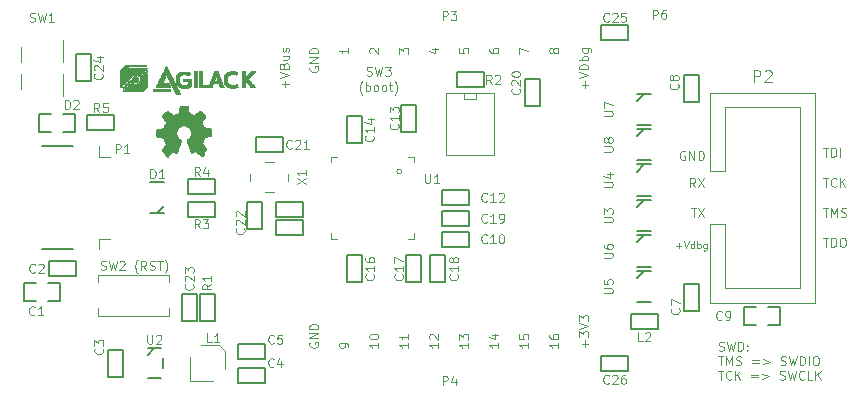
<source format=gbr>
%TF.GenerationSoftware,KiCad,Pcbnew,6.0.0*%
%TF.CreationDate,2022-09-17T11:35:23+02:00*%
%TF.ProjectId,cowprobe-rp,636f7770-726f-4626-952d-72702e6b6963,1*%
%TF.SameCoordinates,Original*%
%TF.FileFunction,Legend,Top*%
%TF.FilePolarity,Positive*%
%FSLAX46Y46*%
G04 Gerber Fmt 4.6, Leading zero omitted, Abs format (unit mm)*
G04 Created by KiCad (PCBNEW 6.0.0) date 2022-09-17 11:35:23*
%MOMM*%
%LPD*%
G01*
G04 APERTURE LIST*
%ADD10C,0.101600*%
%ADD11C,0.076200*%
%ADD12C,0.127000*%
%ADD13C,0.100000*%
%ADD14C,0.120000*%
%ADD15C,0.027940*%
%ADD16C,0.125000*%
%ADD17C,0.150000*%
G04 APERTURE END LIST*
D10*
X180138611Y-100772714D02*
X180574040Y-100772714D01*
X180356325Y-101534714D02*
X180356325Y-100772714D01*
X180828040Y-101534714D02*
X180828040Y-100772714D01*
X181009468Y-100772714D01*
X181118325Y-100809000D01*
X181190897Y-100881571D01*
X181227182Y-100954142D01*
X181263468Y-101099285D01*
X181263468Y-101208142D01*
X181227182Y-101353285D01*
X181190897Y-101425857D01*
X181118325Y-101498428D01*
X181009468Y-101534714D01*
X180828040Y-101534714D01*
X181590040Y-101534714D02*
X181590040Y-100772714D01*
X150114714Y-117253388D02*
X150114714Y-117688817D01*
X150114714Y-117471102D02*
X149352714Y-117471102D01*
X149461571Y-117543674D01*
X149534142Y-117616245D01*
X149570428Y-117688817D01*
X149352714Y-116999388D02*
X149352714Y-116527674D01*
X149643000Y-116781674D01*
X149643000Y-116672817D01*
X149679285Y-116600245D01*
X149715571Y-116563960D01*
X149788142Y-116527674D01*
X149969571Y-116527674D01*
X150042142Y-116563960D01*
X150078428Y-116600245D01*
X150114714Y-116672817D01*
X150114714Y-116890531D01*
X150078428Y-116963102D01*
X150042142Y-116999388D01*
X142494714Y-117253388D02*
X142494714Y-117688817D01*
X142494714Y-117471102D02*
X141732714Y-117471102D01*
X141841571Y-117543674D01*
X141914142Y-117616245D01*
X141950428Y-117688817D01*
X141732714Y-116781674D02*
X141732714Y-116709102D01*
X141769000Y-116636531D01*
X141805285Y-116600245D01*
X141877857Y-116563960D01*
X142023000Y-116527674D01*
X142204428Y-116527674D01*
X142349571Y-116563960D01*
X142422142Y-116600245D01*
X142458428Y-116636531D01*
X142494714Y-116709102D01*
X142494714Y-116781674D01*
X142458428Y-116854245D01*
X142422142Y-116890531D01*
X142349571Y-116926817D01*
X142204428Y-116963102D01*
X142023000Y-116963102D01*
X141877857Y-116926817D01*
X141805285Y-116890531D01*
X141769000Y-116854245D01*
X141732714Y-116781674D01*
X168442245Y-101069000D02*
X168369674Y-101032714D01*
X168260817Y-101032714D01*
X168151960Y-101069000D01*
X168079388Y-101141571D01*
X168043102Y-101214142D01*
X168006817Y-101359285D01*
X168006817Y-101468142D01*
X168043102Y-101613285D01*
X168079388Y-101685857D01*
X168151960Y-101758428D01*
X168260817Y-101794714D01*
X168333388Y-101794714D01*
X168442245Y-101758428D01*
X168478531Y-101722142D01*
X168478531Y-101468142D01*
X168333388Y-101468142D01*
X168805102Y-101794714D02*
X168805102Y-101032714D01*
X169240531Y-101794714D01*
X169240531Y-101032714D01*
X169603388Y-101794714D02*
X169603388Y-101032714D01*
X169784817Y-101032714D01*
X169893674Y-101069000D01*
X169966245Y-101141571D01*
X170002531Y-101214142D01*
X170038817Y-101359285D01*
X170038817Y-101468142D01*
X170002531Y-101613285D01*
X169966245Y-101685857D01*
X169893674Y-101758428D01*
X169784817Y-101794714D01*
X169603388Y-101794714D01*
X169313102Y-104064714D02*
X169059102Y-103701857D01*
X168877674Y-104064714D02*
X168877674Y-103302714D01*
X169167960Y-103302714D01*
X169240531Y-103339000D01*
X169276817Y-103375285D01*
X169313102Y-103447857D01*
X169313102Y-103556714D01*
X169276817Y-103629285D01*
X169240531Y-103665571D01*
X169167960Y-103701857D01*
X168877674Y-103701857D01*
X169567102Y-103302714D02*
X170075102Y-104064714D01*
X170075102Y-103302714D02*
X169567102Y-104064714D01*
X180138611Y-103302714D02*
X180574040Y-103302714D01*
X180356325Y-104064714D02*
X180356325Y-103302714D01*
X181263468Y-103992142D02*
X181227182Y-104028428D01*
X181118325Y-104064714D01*
X181045754Y-104064714D01*
X180936897Y-104028428D01*
X180864325Y-103955857D01*
X180828040Y-103883285D01*
X180791754Y-103738142D01*
X180791754Y-103629285D01*
X180828040Y-103484142D01*
X180864325Y-103411571D01*
X180936897Y-103339000D01*
X181045754Y-103302714D01*
X181118325Y-103302714D01*
X181227182Y-103339000D01*
X181263468Y-103375285D01*
X181590040Y-104064714D02*
X181590040Y-103302714D01*
X182025468Y-104064714D02*
X181698897Y-103629285D01*
X182025468Y-103302714D02*
X181590040Y-103738142D01*
X159984428Y-117652531D02*
X159984428Y-117071960D01*
X160274714Y-117362245D02*
X159694142Y-117362245D01*
X159512714Y-116781674D02*
X159512714Y-116309960D01*
X159803000Y-116563960D01*
X159803000Y-116455102D01*
X159839285Y-116382531D01*
X159875571Y-116346245D01*
X159948142Y-116309960D01*
X160129571Y-116309960D01*
X160202142Y-116346245D01*
X160238428Y-116382531D01*
X160274714Y-116455102D01*
X160274714Y-116672817D01*
X160238428Y-116745388D01*
X160202142Y-116781674D01*
X159512714Y-116092245D02*
X160274714Y-115838245D01*
X159512714Y-115584245D01*
X159512714Y-115402817D02*
X159512714Y-114931102D01*
X159803000Y-115185102D01*
X159803000Y-115076245D01*
X159839285Y-115003674D01*
X159875571Y-114967388D01*
X159948142Y-114931102D01*
X160129571Y-114931102D01*
X160202142Y-114967388D01*
X160238428Y-115003674D01*
X160274714Y-115076245D01*
X160274714Y-115293960D01*
X160238428Y-115366531D01*
X160202142Y-115402817D01*
X157734714Y-117253388D02*
X157734714Y-117688817D01*
X157734714Y-117471102D02*
X156972714Y-117471102D01*
X157081571Y-117543674D01*
X157154142Y-117616245D01*
X157190428Y-117688817D01*
X156972714Y-116600245D02*
X156972714Y-116745388D01*
X157009000Y-116817960D01*
X157045285Y-116854245D01*
X157154142Y-116926817D01*
X157299285Y-116963102D01*
X157589571Y-116963102D01*
X157662142Y-116926817D01*
X157698428Y-116890531D01*
X157734714Y-116817960D01*
X157734714Y-116672817D01*
X157698428Y-116600245D01*
X157662142Y-116563960D01*
X157589571Y-116527674D01*
X157408142Y-116527674D01*
X157335571Y-116563960D01*
X157299285Y-116600245D01*
X157263000Y-116672817D01*
X157263000Y-116817960D01*
X157299285Y-116890531D01*
X157335571Y-116926817D01*
X157408142Y-116963102D01*
X147066714Y-92383754D02*
X147574714Y-92383754D01*
X146776428Y-92565182D02*
X147320714Y-92746611D01*
X147320714Y-92274897D01*
X155194714Y-117253388D02*
X155194714Y-117688817D01*
X155194714Y-117471102D02*
X154432714Y-117471102D01*
X154541571Y-117543674D01*
X154614142Y-117616245D01*
X154650428Y-117688817D01*
X154432714Y-116563960D02*
X154432714Y-116926817D01*
X154795571Y-116963102D01*
X154759285Y-116926817D01*
X154723000Y-116854245D01*
X154723000Y-116672817D01*
X154759285Y-116600245D01*
X154795571Y-116563960D01*
X154868142Y-116527674D01*
X155049571Y-116527674D01*
X155122142Y-116563960D01*
X155158428Y-116600245D01*
X155194714Y-116672817D01*
X155194714Y-116854245D01*
X155158428Y-116926817D01*
X155122142Y-116963102D01*
X157299285Y-92601468D02*
X157263000Y-92674040D01*
X157226714Y-92710325D01*
X157154142Y-92746611D01*
X157117857Y-92746611D01*
X157045285Y-92710325D01*
X157009000Y-92674040D01*
X156972714Y-92601468D01*
X156972714Y-92456325D01*
X157009000Y-92383754D01*
X157045285Y-92347468D01*
X157117857Y-92311182D01*
X157154142Y-92311182D01*
X157226714Y-92347468D01*
X157263000Y-92383754D01*
X157299285Y-92456325D01*
X157299285Y-92601468D01*
X157335571Y-92674040D01*
X157371857Y-92710325D01*
X157444428Y-92746611D01*
X157589571Y-92746611D01*
X157662142Y-92710325D01*
X157698428Y-92674040D01*
X157734714Y-92601468D01*
X157734714Y-92456325D01*
X157698428Y-92383754D01*
X157662142Y-92347468D01*
X157589571Y-92311182D01*
X157444428Y-92311182D01*
X157371857Y-92347468D01*
X157335571Y-92383754D01*
X157299285Y-92456325D01*
X180138611Y-108392714D02*
X180574040Y-108392714D01*
X180356325Y-109154714D02*
X180356325Y-108392714D01*
X180828040Y-109154714D02*
X180828040Y-108392714D01*
X181009468Y-108392714D01*
X181118325Y-108429000D01*
X181190897Y-108501571D01*
X181227182Y-108574142D01*
X181263468Y-108719285D01*
X181263468Y-108828142D01*
X181227182Y-108973285D01*
X181190897Y-109045857D01*
X181118325Y-109118428D01*
X181009468Y-109154714D01*
X180828040Y-109154714D01*
X181735182Y-108392714D02*
X181880325Y-108392714D01*
X181952897Y-108429000D01*
X182025468Y-108501571D01*
X182061754Y-108646714D01*
X182061754Y-108900714D01*
X182025468Y-109045857D01*
X181952897Y-109118428D01*
X181880325Y-109154714D01*
X181735182Y-109154714D01*
X181662611Y-109118428D01*
X181590040Y-109045857D01*
X181553754Y-108900714D01*
X181553754Y-108646714D01*
X181590040Y-108501571D01*
X181662611Y-108429000D01*
X181735182Y-108392714D01*
X171331182Y-117901608D02*
X171440040Y-117937894D01*
X171621468Y-117937894D01*
X171694040Y-117901608D01*
X171730325Y-117865322D01*
X171766611Y-117792751D01*
X171766611Y-117720180D01*
X171730325Y-117647608D01*
X171694040Y-117611322D01*
X171621468Y-117575037D01*
X171476325Y-117538751D01*
X171403754Y-117502465D01*
X171367468Y-117466180D01*
X171331182Y-117393608D01*
X171331182Y-117321037D01*
X171367468Y-117248465D01*
X171403754Y-117212180D01*
X171476325Y-117175894D01*
X171657754Y-117175894D01*
X171766611Y-117212180D01*
X172020611Y-117175894D02*
X172202040Y-117937894D01*
X172347182Y-117393608D01*
X172492325Y-117937894D01*
X172673754Y-117175894D01*
X172964040Y-117937894D02*
X172964040Y-117175894D01*
X173145468Y-117175894D01*
X173254325Y-117212180D01*
X173326897Y-117284751D01*
X173363182Y-117357322D01*
X173399468Y-117502465D01*
X173399468Y-117611322D01*
X173363182Y-117756465D01*
X173326897Y-117829037D01*
X173254325Y-117901608D01*
X173145468Y-117937894D01*
X172964040Y-117937894D01*
X173726040Y-117865322D02*
X173762325Y-117901608D01*
X173726040Y-117937894D01*
X173689754Y-117901608D01*
X173726040Y-117865322D01*
X173726040Y-117937894D01*
X173726040Y-117466180D02*
X173762325Y-117502465D01*
X173726040Y-117538751D01*
X173689754Y-117502465D01*
X173726040Y-117466180D01*
X173726040Y-117538751D01*
X171258611Y-118402714D02*
X171694040Y-118402714D01*
X171476325Y-119164714D02*
X171476325Y-118402714D01*
X171948040Y-119164714D02*
X171948040Y-118402714D01*
X172202040Y-118947000D01*
X172456040Y-118402714D01*
X172456040Y-119164714D01*
X172782611Y-119128428D02*
X172891468Y-119164714D01*
X173072897Y-119164714D01*
X173145468Y-119128428D01*
X173181754Y-119092142D01*
X173218040Y-119019571D01*
X173218040Y-118947000D01*
X173181754Y-118874428D01*
X173145468Y-118838142D01*
X173072897Y-118801857D01*
X172927754Y-118765571D01*
X172855182Y-118729285D01*
X172818897Y-118693000D01*
X172782611Y-118620428D01*
X172782611Y-118547857D01*
X172818897Y-118475285D01*
X172855182Y-118439000D01*
X172927754Y-118402714D01*
X173109182Y-118402714D01*
X173218040Y-118439000D01*
X174125182Y-118765571D02*
X174705754Y-118765571D01*
X174705754Y-118983285D02*
X174125182Y-118983285D01*
X175068611Y-118656714D02*
X175649182Y-118874428D01*
X175068611Y-119092142D01*
X176556325Y-119128428D02*
X176665182Y-119164714D01*
X176846611Y-119164714D01*
X176919182Y-119128428D01*
X176955468Y-119092142D01*
X176991754Y-119019571D01*
X176991754Y-118947000D01*
X176955468Y-118874428D01*
X176919182Y-118838142D01*
X176846611Y-118801857D01*
X176701468Y-118765571D01*
X176628897Y-118729285D01*
X176592611Y-118693000D01*
X176556325Y-118620428D01*
X176556325Y-118547857D01*
X176592611Y-118475285D01*
X176628897Y-118439000D01*
X176701468Y-118402714D01*
X176882897Y-118402714D01*
X176991754Y-118439000D01*
X177245754Y-118402714D02*
X177427182Y-119164714D01*
X177572325Y-118620428D01*
X177717468Y-119164714D01*
X177898897Y-118402714D01*
X178189182Y-119164714D02*
X178189182Y-118402714D01*
X178370611Y-118402714D01*
X178479468Y-118439000D01*
X178552040Y-118511571D01*
X178588325Y-118584142D01*
X178624611Y-118729285D01*
X178624611Y-118838142D01*
X178588325Y-118983285D01*
X178552040Y-119055857D01*
X178479468Y-119128428D01*
X178370611Y-119164714D01*
X178189182Y-119164714D01*
X178951182Y-119164714D02*
X178951182Y-118402714D01*
X179459182Y-118402714D02*
X179604325Y-118402714D01*
X179676897Y-118439000D01*
X179749468Y-118511571D01*
X179785754Y-118656714D01*
X179785754Y-118910714D01*
X179749468Y-119055857D01*
X179676897Y-119128428D01*
X179604325Y-119164714D01*
X179459182Y-119164714D01*
X179386611Y-119128428D01*
X179314040Y-119055857D01*
X179277754Y-118910714D01*
X179277754Y-118656714D01*
X179314040Y-118511571D01*
X179386611Y-118439000D01*
X179459182Y-118402714D01*
X171258611Y-119629534D02*
X171694040Y-119629534D01*
X171476325Y-120391534D02*
X171476325Y-119629534D01*
X172383468Y-120318962D02*
X172347182Y-120355248D01*
X172238325Y-120391534D01*
X172165754Y-120391534D01*
X172056897Y-120355248D01*
X171984325Y-120282677D01*
X171948040Y-120210105D01*
X171911754Y-120064962D01*
X171911754Y-119956105D01*
X171948040Y-119810962D01*
X171984325Y-119738391D01*
X172056897Y-119665820D01*
X172165754Y-119629534D01*
X172238325Y-119629534D01*
X172347182Y-119665820D01*
X172383468Y-119702105D01*
X172710040Y-120391534D02*
X172710040Y-119629534D01*
X173145468Y-120391534D02*
X172818897Y-119956105D01*
X173145468Y-119629534D02*
X172710040Y-120064962D01*
X174052611Y-119992391D02*
X174633182Y-119992391D01*
X174633182Y-120210105D02*
X174052611Y-120210105D01*
X174996040Y-119883534D02*
X175576611Y-120101248D01*
X174996040Y-120318962D01*
X176483754Y-120355248D02*
X176592611Y-120391534D01*
X176774040Y-120391534D01*
X176846611Y-120355248D01*
X176882897Y-120318962D01*
X176919182Y-120246391D01*
X176919182Y-120173820D01*
X176882897Y-120101248D01*
X176846611Y-120064962D01*
X176774040Y-120028677D01*
X176628897Y-119992391D01*
X176556325Y-119956105D01*
X176520040Y-119919820D01*
X176483754Y-119847248D01*
X176483754Y-119774677D01*
X176520040Y-119702105D01*
X176556325Y-119665820D01*
X176628897Y-119629534D01*
X176810325Y-119629534D01*
X176919182Y-119665820D01*
X177173182Y-119629534D02*
X177354611Y-120391534D01*
X177499754Y-119847248D01*
X177644897Y-120391534D01*
X177826325Y-119629534D01*
X178552040Y-120318962D02*
X178515754Y-120355248D01*
X178406897Y-120391534D01*
X178334325Y-120391534D01*
X178225468Y-120355248D01*
X178152897Y-120282677D01*
X178116611Y-120210105D01*
X178080325Y-120064962D01*
X178080325Y-119956105D01*
X178116611Y-119810962D01*
X178152897Y-119738391D01*
X178225468Y-119665820D01*
X178334325Y-119629534D01*
X178406897Y-119629534D01*
X178515754Y-119665820D01*
X178552040Y-119702105D01*
X179241468Y-120391534D02*
X178878611Y-120391534D01*
X178878611Y-119629534D01*
X179495468Y-120391534D02*
X179495468Y-119629534D01*
X179930897Y-120391534D02*
X179604325Y-119956105D01*
X179930897Y-119629534D02*
X179495468Y-120064962D01*
X149352714Y-92347468D02*
X149352714Y-92710325D01*
X149715571Y-92746611D01*
X149679285Y-92710325D01*
X149643000Y-92637754D01*
X149643000Y-92456325D01*
X149679285Y-92383754D01*
X149715571Y-92347468D01*
X149788142Y-92311182D01*
X149969571Y-92311182D01*
X150042142Y-92347468D01*
X150078428Y-92383754D01*
X150114714Y-92456325D01*
X150114714Y-92637754D01*
X150078428Y-92710325D01*
X150042142Y-92746611D01*
X152654714Y-117253388D02*
X152654714Y-117688817D01*
X152654714Y-117471102D02*
X151892714Y-117471102D01*
X152001571Y-117543674D01*
X152074142Y-117616245D01*
X152110428Y-117688817D01*
X152146714Y-116600245D02*
X152654714Y-116600245D01*
X151856428Y-116781674D02*
X152400714Y-116963102D01*
X152400714Y-116491388D01*
X159984428Y-95722040D02*
X159984428Y-95141468D01*
X160274714Y-95431754D02*
X159694142Y-95431754D01*
X159512714Y-94887468D02*
X160274714Y-94633468D01*
X159512714Y-94379468D01*
X160274714Y-94125468D02*
X159512714Y-94125468D01*
X159512714Y-93944040D01*
X159549000Y-93835182D01*
X159621571Y-93762611D01*
X159694142Y-93726325D01*
X159839285Y-93690040D01*
X159948142Y-93690040D01*
X160093285Y-93726325D01*
X160165857Y-93762611D01*
X160238428Y-93835182D01*
X160274714Y-93944040D01*
X160274714Y-94125468D01*
X160274714Y-93363468D02*
X159512714Y-93363468D01*
X159803000Y-93363468D02*
X159766714Y-93290897D01*
X159766714Y-93145754D01*
X159803000Y-93073182D01*
X159839285Y-93036897D01*
X159911857Y-93000611D01*
X160129571Y-93000611D01*
X160202142Y-93036897D01*
X160238428Y-93073182D01*
X160274714Y-93145754D01*
X160274714Y-93290897D01*
X160238428Y-93363468D01*
X159766714Y-92347468D02*
X160383571Y-92347468D01*
X160456142Y-92383754D01*
X160492428Y-92420040D01*
X160528714Y-92492611D01*
X160528714Y-92601468D01*
X160492428Y-92674040D01*
X160238428Y-92347468D02*
X160274714Y-92420040D01*
X160274714Y-92565182D01*
X160238428Y-92637754D01*
X160202142Y-92674040D01*
X160129571Y-92710325D01*
X159911857Y-92710325D01*
X159839285Y-92674040D01*
X159803000Y-92637754D01*
X159766714Y-92565182D01*
X159766714Y-92420040D01*
X159803000Y-92347468D01*
X180138611Y-105862714D02*
X180574040Y-105862714D01*
X180356325Y-106624714D02*
X180356325Y-105862714D01*
X180828040Y-106624714D02*
X180828040Y-105862714D01*
X181082040Y-106407000D01*
X181336040Y-105862714D01*
X181336040Y-106624714D01*
X181662611Y-106588428D02*
X181771468Y-106624714D01*
X181952897Y-106624714D01*
X182025468Y-106588428D01*
X182061754Y-106552142D01*
X182098040Y-106479571D01*
X182098040Y-106407000D01*
X182061754Y-106334428D01*
X182025468Y-106298142D01*
X181952897Y-106261857D01*
X181807754Y-106225571D01*
X181735182Y-106189285D01*
X181698897Y-106153000D01*
X181662611Y-106080428D01*
X181662611Y-106007857D01*
X181698897Y-105935285D01*
X181735182Y-105899000D01*
X181807754Y-105862714D01*
X181989182Y-105862714D01*
X182098040Y-105899000D01*
X139954714Y-92311182D02*
X139954714Y-92746611D01*
X139954714Y-92528897D02*
X139192714Y-92528897D01*
X139301571Y-92601468D01*
X139374142Y-92674040D01*
X139410428Y-92746611D01*
X141805285Y-92746611D02*
X141769000Y-92710325D01*
X141732714Y-92637754D01*
X141732714Y-92456325D01*
X141769000Y-92383754D01*
X141805285Y-92347468D01*
X141877857Y-92311182D01*
X141950428Y-92311182D01*
X142059285Y-92347468D01*
X142494714Y-92782897D01*
X142494714Y-92311182D01*
X139954714Y-117616245D02*
X139954714Y-117471102D01*
X139918428Y-117398531D01*
X139882142Y-117362245D01*
X139773285Y-117289674D01*
X139628142Y-117253388D01*
X139337857Y-117253388D01*
X139265285Y-117289674D01*
X139229000Y-117325960D01*
X139192714Y-117398531D01*
X139192714Y-117543674D01*
X139229000Y-117616245D01*
X139265285Y-117652531D01*
X139337857Y-117688817D01*
X139519285Y-117688817D01*
X139591857Y-117652531D01*
X139628142Y-117616245D01*
X139664428Y-117543674D01*
X139664428Y-117398531D01*
X139628142Y-117325960D01*
X139591857Y-117289674D01*
X139519285Y-117253388D01*
X147574714Y-117253388D02*
X147574714Y-117688817D01*
X147574714Y-117471102D02*
X146812714Y-117471102D01*
X146921571Y-117543674D01*
X146994142Y-117616245D01*
X147030428Y-117688817D01*
X146885285Y-116963102D02*
X146849000Y-116926817D01*
X146812714Y-116854245D01*
X146812714Y-116672817D01*
X146849000Y-116600245D01*
X146885285Y-116563960D01*
X146957857Y-116527674D01*
X147030428Y-116527674D01*
X147139285Y-116563960D01*
X147574714Y-116999388D01*
X147574714Y-116527674D01*
X141139285Y-96265000D02*
X141103000Y-96228714D01*
X141030428Y-96119857D01*
X140994142Y-96047285D01*
X140957857Y-95938428D01*
X140921571Y-95757000D01*
X140921571Y-95611857D01*
X140957857Y-95430428D01*
X140994142Y-95321571D01*
X141030428Y-95249000D01*
X141103000Y-95140142D01*
X141139285Y-95103857D01*
X141429571Y-95974714D02*
X141429571Y-95212714D01*
X141429571Y-95503000D02*
X141502142Y-95466714D01*
X141647285Y-95466714D01*
X141719857Y-95503000D01*
X141756142Y-95539285D01*
X141792428Y-95611857D01*
X141792428Y-95829571D01*
X141756142Y-95902142D01*
X141719857Y-95938428D01*
X141647285Y-95974714D01*
X141502142Y-95974714D01*
X141429571Y-95938428D01*
X142227857Y-95974714D02*
X142155285Y-95938428D01*
X142119000Y-95902142D01*
X142082714Y-95829571D01*
X142082714Y-95611857D01*
X142119000Y-95539285D01*
X142155285Y-95503000D01*
X142227857Y-95466714D01*
X142336714Y-95466714D01*
X142409285Y-95503000D01*
X142445571Y-95539285D01*
X142481857Y-95611857D01*
X142481857Y-95829571D01*
X142445571Y-95902142D01*
X142409285Y-95938428D01*
X142336714Y-95974714D01*
X142227857Y-95974714D01*
X142917285Y-95974714D02*
X142844714Y-95938428D01*
X142808428Y-95902142D01*
X142772142Y-95829571D01*
X142772142Y-95611857D01*
X142808428Y-95539285D01*
X142844714Y-95503000D01*
X142917285Y-95466714D01*
X143026142Y-95466714D01*
X143098714Y-95503000D01*
X143135000Y-95539285D01*
X143171285Y-95611857D01*
X143171285Y-95829571D01*
X143135000Y-95902142D01*
X143098714Y-95938428D01*
X143026142Y-95974714D01*
X142917285Y-95974714D01*
X143389000Y-95466714D02*
X143679285Y-95466714D01*
X143497857Y-95212714D02*
X143497857Y-95865857D01*
X143534142Y-95938428D01*
X143606714Y-95974714D01*
X143679285Y-95974714D01*
X143860714Y-96265000D02*
X143897000Y-96228714D01*
X143969571Y-96119857D01*
X144005857Y-96047285D01*
X144042142Y-95938428D01*
X144078428Y-95757000D01*
X144078428Y-95611857D01*
X144042142Y-95430428D01*
X144005857Y-95321571D01*
X143969571Y-95249000D01*
X143897000Y-95140142D01*
X143860714Y-95103857D01*
X136689000Y-93907754D02*
X136652714Y-93980325D01*
X136652714Y-94089182D01*
X136689000Y-94198040D01*
X136761571Y-94270611D01*
X136834142Y-94306897D01*
X136979285Y-94343182D01*
X137088142Y-94343182D01*
X137233285Y-94306897D01*
X137305857Y-94270611D01*
X137378428Y-94198040D01*
X137414714Y-94089182D01*
X137414714Y-94016611D01*
X137378428Y-93907754D01*
X137342142Y-93871468D01*
X137088142Y-93871468D01*
X137088142Y-94016611D01*
X137414714Y-93544897D02*
X136652714Y-93544897D01*
X137414714Y-93109468D01*
X136652714Y-93109468D01*
X137414714Y-92746611D02*
X136652714Y-92746611D01*
X136652714Y-92565182D01*
X136689000Y-92456325D01*
X136761571Y-92383754D01*
X136834142Y-92347468D01*
X136979285Y-92311182D01*
X137088142Y-92311182D01*
X137233285Y-92347468D01*
X137305857Y-92383754D01*
X137378428Y-92456325D01*
X137414714Y-92565182D01*
X137414714Y-92746611D01*
X151892714Y-92383754D02*
X151892714Y-92528897D01*
X151929000Y-92601468D01*
X151965285Y-92637754D01*
X152074142Y-92710325D01*
X152219285Y-92746611D01*
X152509571Y-92746611D01*
X152582142Y-92710325D01*
X152618428Y-92674040D01*
X152654714Y-92601468D01*
X152654714Y-92456325D01*
X152618428Y-92383754D01*
X152582142Y-92347468D01*
X152509571Y-92311182D01*
X152328142Y-92311182D01*
X152255571Y-92347468D01*
X152219285Y-92383754D01*
X152183000Y-92456325D01*
X152183000Y-92601468D01*
X152219285Y-92674040D01*
X152255571Y-92710325D01*
X152328142Y-92746611D01*
X136689000Y-117253388D02*
X136652714Y-117325960D01*
X136652714Y-117434817D01*
X136689000Y-117543674D01*
X136761571Y-117616245D01*
X136834142Y-117652531D01*
X136979285Y-117688817D01*
X137088142Y-117688817D01*
X137233285Y-117652531D01*
X137305857Y-117616245D01*
X137378428Y-117543674D01*
X137414714Y-117434817D01*
X137414714Y-117362245D01*
X137378428Y-117253388D01*
X137342142Y-117217102D01*
X137088142Y-117217102D01*
X137088142Y-117362245D01*
X137414714Y-116890531D02*
X136652714Y-116890531D01*
X137414714Y-116455102D01*
X136652714Y-116455102D01*
X137414714Y-116092245D02*
X136652714Y-116092245D01*
X136652714Y-115910817D01*
X136689000Y-115801960D01*
X136761571Y-115729388D01*
X136834142Y-115693102D01*
X136979285Y-115656817D01*
X137088142Y-115656817D01*
X137233285Y-115693102D01*
X137305857Y-115729388D01*
X137378428Y-115801960D01*
X137414714Y-115910817D01*
X137414714Y-116092245D01*
X122107000Y-111385000D02*
X122070714Y-111348714D01*
X121998142Y-111239857D01*
X121961857Y-111167285D01*
X121925571Y-111058428D01*
X121889285Y-110877000D01*
X121889285Y-110731857D01*
X121925571Y-110550428D01*
X121961857Y-110441571D01*
X121998142Y-110369000D01*
X122070714Y-110260142D01*
X122107000Y-110223857D01*
X122832714Y-111094714D02*
X122578714Y-110731857D01*
X122397285Y-111094714D02*
X122397285Y-110332714D01*
X122687571Y-110332714D01*
X122760142Y-110369000D01*
X122796428Y-110405285D01*
X122832714Y-110477857D01*
X122832714Y-110586714D01*
X122796428Y-110659285D01*
X122760142Y-110695571D01*
X122687571Y-110731857D01*
X122397285Y-110731857D01*
X123123000Y-111058428D02*
X123231857Y-111094714D01*
X123413285Y-111094714D01*
X123485857Y-111058428D01*
X123522142Y-111022142D01*
X123558428Y-110949571D01*
X123558428Y-110877000D01*
X123522142Y-110804428D01*
X123485857Y-110768142D01*
X123413285Y-110731857D01*
X123268142Y-110695571D01*
X123195571Y-110659285D01*
X123159285Y-110623000D01*
X123123000Y-110550428D01*
X123123000Y-110477857D01*
X123159285Y-110405285D01*
X123195571Y-110369000D01*
X123268142Y-110332714D01*
X123449571Y-110332714D01*
X123558428Y-110369000D01*
X123776142Y-110332714D02*
X124211571Y-110332714D01*
X123993857Y-111094714D02*
X123993857Y-110332714D01*
X124393000Y-111385000D02*
X124429285Y-111348714D01*
X124501857Y-111239857D01*
X124538142Y-111167285D01*
X124574428Y-111058428D01*
X124610714Y-110877000D01*
X124610714Y-110731857D01*
X124574428Y-110550428D01*
X124538142Y-110441571D01*
X124501857Y-110369000D01*
X124429285Y-110260142D01*
X124393000Y-110223857D01*
X145034714Y-117253388D02*
X145034714Y-117688817D01*
X145034714Y-117471102D02*
X144272714Y-117471102D01*
X144381571Y-117543674D01*
X144454142Y-117616245D01*
X144490428Y-117688817D01*
X145034714Y-116527674D02*
X145034714Y-116963102D01*
X145034714Y-116745388D02*
X144272714Y-116745388D01*
X144381571Y-116817960D01*
X144454142Y-116890531D01*
X144490428Y-116963102D01*
X144272714Y-92782897D02*
X144272714Y-92311182D01*
X144563000Y-92565182D01*
X144563000Y-92456325D01*
X144599285Y-92383754D01*
X144635571Y-92347468D01*
X144708142Y-92311182D01*
X144889571Y-92311182D01*
X144962142Y-92347468D01*
X144998428Y-92383754D01*
X145034714Y-92456325D01*
X145034714Y-92674040D01*
X144998428Y-92746611D01*
X144962142Y-92782897D01*
X154432714Y-92782897D02*
X154432714Y-92274897D01*
X155194714Y-92601468D01*
X134594428Y-95649468D02*
X134594428Y-95068897D01*
X134884714Y-95359182D02*
X134304142Y-95359182D01*
X134122714Y-94814897D02*
X134884714Y-94560897D01*
X134122714Y-94306897D01*
X134485571Y-93798897D02*
X134521857Y-93690040D01*
X134558142Y-93653754D01*
X134630714Y-93617468D01*
X134739571Y-93617468D01*
X134812142Y-93653754D01*
X134848428Y-93690040D01*
X134884714Y-93762611D01*
X134884714Y-94052897D01*
X134122714Y-94052897D01*
X134122714Y-93798897D01*
X134159000Y-93726325D01*
X134195285Y-93690040D01*
X134267857Y-93653754D01*
X134340428Y-93653754D01*
X134413000Y-93690040D01*
X134449285Y-93726325D01*
X134485571Y-93798897D01*
X134485571Y-94052897D01*
X134376714Y-92964325D02*
X134884714Y-92964325D01*
X134376714Y-93290897D02*
X134775857Y-93290897D01*
X134848428Y-93254611D01*
X134884714Y-93182040D01*
X134884714Y-93073182D01*
X134848428Y-93000611D01*
X134812142Y-92964325D01*
X134848428Y-92637754D02*
X134884714Y-92565182D01*
X134884714Y-92420040D01*
X134848428Y-92347468D01*
X134775857Y-92311182D01*
X134739571Y-92311182D01*
X134667000Y-92347468D01*
X134630714Y-92420040D01*
X134630714Y-92528897D01*
X134594428Y-92601468D01*
X134521857Y-92637754D01*
X134485571Y-92637754D01*
X134413000Y-92601468D01*
X134376714Y-92528897D01*
X134376714Y-92420040D01*
X134413000Y-92347468D01*
X167691102Y-109042857D02*
X168148245Y-109042857D01*
X167919674Y-109271428D02*
X167919674Y-108814285D01*
X168348245Y-108671428D02*
X168548245Y-109271428D01*
X168748245Y-108671428D01*
X169205388Y-109271428D02*
X169205388Y-108671428D01*
X169205388Y-109242857D02*
X169148245Y-109271428D01*
X169033960Y-109271428D01*
X168976817Y-109242857D01*
X168948245Y-109214285D01*
X168919674Y-109157142D01*
X168919674Y-108985714D01*
X168948245Y-108928571D01*
X168976817Y-108900000D01*
X169033960Y-108871428D01*
X169148245Y-108871428D01*
X169205388Y-108900000D01*
X169491102Y-109271428D02*
X169491102Y-108671428D01*
X169491102Y-108900000D02*
X169548245Y-108871428D01*
X169662531Y-108871428D01*
X169719674Y-108900000D01*
X169748245Y-108928571D01*
X169776817Y-108985714D01*
X169776817Y-109157142D01*
X169748245Y-109214285D01*
X169719674Y-109242857D01*
X169662531Y-109271428D01*
X169548245Y-109271428D01*
X169491102Y-109242857D01*
X170291102Y-108871428D02*
X170291102Y-109357142D01*
X170262531Y-109414285D01*
X170233960Y-109442857D01*
X170176817Y-109471428D01*
X170091102Y-109471428D01*
X170033960Y-109442857D01*
X170291102Y-109242857D02*
X170233960Y-109271428D01*
X170119674Y-109271428D01*
X170062531Y-109242857D01*
X170033960Y-109214285D01*
X170005388Y-109157142D01*
X170005388Y-108985714D01*
X170033960Y-108928571D01*
X170062531Y-108900000D01*
X170119674Y-108871428D01*
X170233960Y-108871428D01*
X170291102Y-108900000D01*
X168950245Y-105852714D02*
X169385674Y-105852714D01*
X169167960Y-106614714D02*
X169167960Y-105852714D01*
X169567102Y-105852714D02*
X170075102Y-106614714D01*
X170075102Y-105852714D02*
X169567102Y-106614714D01*
%TO.C,U2*%
X122919428Y-116582714D02*
X122919428Y-117199571D01*
X122955714Y-117272142D01*
X122992000Y-117308428D01*
X123064571Y-117344714D01*
X123209714Y-117344714D01*
X123282285Y-117308428D01*
X123318571Y-117272142D01*
X123354857Y-117199571D01*
X123354857Y-116582714D01*
X123681428Y-116655285D02*
X123717714Y-116619000D01*
X123790285Y-116582714D01*
X123971714Y-116582714D01*
X124044285Y-116619000D01*
X124080571Y-116655285D01*
X124116857Y-116727857D01*
X124116857Y-116800428D01*
X124080571Y-116909285D01*
X123645142Y-117344714D01*
X124116857Y-117344714D01*
%TO.C,C7*%
X167932142Y-114357000D02*
X167968428Y-114393285D01*
X168004714Y-114502142D01*
X168004714Y-114574714D01*
X167968428Y-114683571D01*
X167895857Y-114756142D01*
X167823285Y-114792428D01*
X167678142Y-114828714D01*
X167569285Y-114828714D01*
X167424142Y-114792428D01*
X167351571Y-114756142D01*
X167279000Y-114683571D01*
X167242714Y-114574714D01*
X167242714Y-114502142D01*
X167279000Y-114393285D01*
X167315285Y-114357000D01*
X167242714Y-114103000D02*
X167242714Y-113595000D01*
X168004714Y-113921571D01*
%TO.C,SW3*%
X141484000Y-94608428D02*
X141592857Y-94644714D01*
X141774285Y-94644714D01*
X141846857Y-94608428D01*
X141883142Y-94572142D01*
X141919428Y-94499571D01*
X141919428Y-94427000D01*
X141883142Y-94354428D01*
X141846857Y-94318142D01*
X141774285Y-94281857D01*
X141629142Y-94245571D01*
X141556571Y-94209285D01*
X141520285Y-94173000D01*
X141484000Y-94100428D01*
X141484000Y-94027857D01*
X141520285Y-93955285D01*
X141556571Y-93919000D01*
X141629142Y-93882714D01*
X141810571Y-93882714D01*
X141919428Y-93919000D01*
X142173428Y-93882714D02*
X142354857Y-94644714D01*
X142500000Y-94100428D01*
X142645142Y-94644714D01*
X142826571Y-93882714D01*
X143044285Y-93882714D02*
X143516000Y-93882714D01*
X143262000Y-94173000D01*
X143370857Y-94173000D01*
X143443428Y-94209285D01*
X143479714Y-94245571D01*
X143516000Y-94318142D01*
X143516000Y-94499571D01*
X143479714Y-94572142D01*
X143443428Y-94608428D01*
X143370857Y-94644714D01*
X143153142Y-94644714D01*
X143080571Y-94608428D01*
X143044285Y-94572142D01*
%TO.C,C4*%
X133623000Y-119272142D02*
X133586714Y-119308428D01*
X133477857Y-119344714D01*
X133405285Y-119344714D01*
X133296428Y-119308428D01*
X133223857Y-119235857D01*
X133187571Y-119163285D01*
X133151285Y-119018142D01*
X133151285Y-118909285D01*
X133187571Y-118764142D01*
X133223857Y-118691571D01*
X133296428Y-118619000D01*
X133405285Y-118582714D01*
X133477857Y-118582714D01*
X133586714Y-118619000D01*
X133623000Y-118655285D01*
X134276142Y-118836714D02*
X134276142Y-119344714D01*
X134094714Y-118546428D02*
X133913285Y-119090714D01*
X134385000Y-119090714D01*
%TO.C,R4*%
X127373000Y-103144714D02*
X127119000Y-102781857D01*
X126937571Y-103144714D02*
X126937571Y-102382714D01*
X127227857Y-102382714D01*
X127300428Y-102419000D01*
X127336714Y-102455285D01*
X127373000Y-102527857D01*
X127373000Y-102636714D01*
X127336714Y-102709285D01*
X127300428Y-102745571D01*
X127227857Y-102781857D01*
X126937571Y-102781857D01*
X128026142Y-102636714D02*
X128026142Y-103144714D01*
X127844714Y-102346428D02*
X127663285Y-102890714D01*
X128135000Y-102890714D01*
%TO.C,C21*%
X135160142Y-100772142D02*
X135123857Y-100808428D01*
X135015000Y-100844714D01*
X134942428Y-100844714D01*
X134833571Y-100808428D01*
X134761000Y-100735857D01*
X134724714Y-100663285D01*
X134688428Y-100518142D01*
X134688428Y-100409285D01*
X134724714Y-100264142D01*
X134761000Y-100191571D01*
X134833571Y-100119000D01*
X134942428Y-100082714D01*
X135015000Y-100082714D01*
X135123857Y-100119000D01*
X135160142Y-100155285D01*
X135450428Y-100155285D02*
X135486714Y-100119000D01*
X135559285Y-100082714D01*
X135740714Y-100082714D01*
X135813285Y-100119000D01*
X135849571Y-100155285D01*
X135885857Y-100227857D01*
X135885857Y-100300428D01*
X135849571Y-100409285D01*
X135414142Y-100844714D01*
X135885857Y-100844714D01*
X136611571Y-100844714D02*
X136176142Y-100844714D01*
X136393857Y-100844714D02*
X136393857Y-100082714D01*
X136321285Y-100191571D01*
X136248714Y-100264142D01*
X136176142Y-100300428D01*
%TO.C,U1*%
X146449428Y-103002714D02*
X146449428Y-103619571D01*
X146485714Y-103692142D01*
X146522000Y-103728428D01*
X146594571Y-103764714D01*
X146739714Y-103764714D01*
X146812285Y-103728428D01*
X146848571Y-103692142D01*
X146884857Y-103619571D01*
X146884857Y-103002714D01*
X147646857Y-103764714D02*
X147211428Y-103764714D01*
X147429142Y-103764714D02*
X147429142Y-103002714D01*
X147356571Y-103111571D01*
X147284000Y-103184142D01*
X147211428Y-103220428D01*
%TO.C,C13*%
X144122142Y-98739857D02*
X144158428Y-98776142D01*
X144194714Y-98885000D01*
X144194714Y-98957571D01*
X144158428Y-99066428D01*
X144085857Y-99139000D01*
X144013285Y-99175285D01*
X143868142Y-99211571D01*
X143759285Y-99211571D01*
X143614142Y-99175285D01*
X143541571Y-99139000D01*
X143469000Y-99066428D01*
X143432714Y-98957571D01*
X143432714Y-98885000D01*
X143469000Y-98776142D01*
X143505285Y-98739857D01*
X144194714Y-98014142D02*
X144194714Y-98449571D01*
X144194714Y-98231857D02*
X143432714Y-98231857D01*
X143541571Y-98304428D01*
X143614142Y-98377000D01*
X143650428Y-98449571D01*
X143432714Y-97760142D02*
X143432714Y-97288428D01*
X143723000Y-97542428D01*
X143723000Y-97433571D01*
X143759285Y-97361000D01*
X143795571Y-97324714D01*
X143868142Y-97288428D01*
X144049571Y-97288428D01*
X144122142Y-97324714D01*
X144158428Y-97361000D01*
X144194714Y-97433571D01*
X144194714Y-97651285D01*
X144158428Y-97723857D01*
X144122142Y-97760142D01*
D11*
%TO.C,U7*%
X161582714Y-98080571D02*
X162199571Y-98080571D01*
X162272142Y-98044285D01*
X162308428Y-98008000D01*
X162344714Y-97935428D01*
X162344714Y-97790285D01*
X162308428Y-97717714D01*
X162272142Y-97681428D01*
X162199571Y-97645142D01*
X161582714Y-97645142D01*
X161582714Y-97354857D02*
X161582714Y-96846857D01*
X162344714Y-97173428D01*
D10*
%TO.C,C26*%
X162010142Y-120672142D02*
X161973857Y-120708428D01*
X161865000Y-120744714D01*
X161792428Y-120744714D01*
X161683571Y-120708428D01*
X161611000Y-120635857D01*
X161574714Y-120563285D01*
X161538428Y-120418142D01*
X161538428Y-120309285D01*
X161574714Y-120164142D01*
X161611000Y-120091571D01*
X161683571Y-120019000D01*
X161792428Y-119982714D01*
X161865000Y-119982714D01*
X161973857Y-120019000D01*
X162010142Y-120055285D01*
X162300428Y-120055285D02*
X162336714Y-120019000D01*
X162409285Y-119982714D01*
X162590714Y-119982714D01*
X162663285Y-120019000D01*
X162699571Y-120055285D01*
X162735857Y-120127857D01*
X162735857Y-120200428D01*
X162699571Y-120309285D01*
X162264142Y-120744714D01*
X162735857Y-120744714D01*
X163389000Y-119982714D02*
X163243857Y-119982714D01*
X163171285Y-120019000D01*
X163135000Y-120055285D01*
X163062428Y-120164142D01*
X163026142Y-120309285D01*
X163026142Y-120599571D01*
X163062428Y-120672142D01*
X163098714Y-120708428D01*
X163171285Y-120744714D01*
X163316428Y-120744714D01*
X163389000Y-120708428D01*
X163425285Y-120672142D01*
X163461571Y-120599571D01*
X163461571Y-120418142D01*
X163425285Y-120345571D01*
X163389000Y-120309285D01*
X163316428Y-120273000D01*
X163171285Y-120273000D01*
X163098714Y-120309285D01*
X163062428Y-120345571D01*
X163026142Y-120418142D01*
D11*
%TO.C,U8*%
X161582714Y-101080571D02*
X162199571Y-101080571D01*
X162272142Y-101044285D01*
X162308428Y-101008000D01*
X162344714Y-100935428D01*
X162344714Y-100790285D01*
X162308428Y-100717714D01*
X162272142Y-100681428D01*
X162199571Y-100645142D01*
X161582714Y-100645142D01*
X161909285Y-100173428D02*
X161873000Y-100246000D01*
X161836714Y-100282285D01*
X161764142Y-100318571D01*
X161727857Y-100318571D01*
X161655285Y-100282285D01*
X161619000Y-100246000D01*
X161582714Y-100173428D01*
X161582714Y-100028285D01*
X161619000Y-99955714D01*
X161655285Y-99919428D01*
X161727857Y-99883142D01*
X161764142Y-99883142D01*
X161836714Y-99919428D01*
X161873000Y-99955714D01*
X161909285Y-100028285D01*
X161909285Y-100173428D01*
X161945571Y-100246000D01*
X161981857Y-100282285D01*
X162054428Y-100318571D01*
X162199571Y-100318571D01*
X162272142Y-100282285D01*
X162308428Y-100246000D01*
X162344714Y-100173428D01*
X162344714Y-100028285D01*
X162308428Y-99955714D01*
X162272142Y-99919428D01*
X162199571Y-99883142D01*
X162054428Y-99883142D01*
X161981857Y-99919428D01*
X161945571Y-99955714D01*
X161909285Y-100028285D01*
D10*
%TO.C,P4*%
X147937571Y-120844714D02*
X147937571Y-120082714D01*
X148227857Y-120082714D01*
X148300428Y-120119000D01*
X148336714Y-120155285D01*
X148373000Y-120227857D01*
X148373000Y-120336714D01*
X148336714Y-120409285D01*
X148300428Y-120445571D01*
X148227857Y-120481857D01*
X147937571Y-120481857D01*
X149026142Y-120336714D02*
X149026142Y-120844714D01*
X148844714Y-120046428D02*
X148663285Y-120590714D01*
X149135000Y-120590714D01*
%TO.C,R2*%
X152073000Y-95344714D02*
X151819000Y-94981857D01*
X151637571Y-95344714D02*
X151637571Y-94582714D01*
X151927857Y-94582714D01*
X152000428Y-94619000D01*
X152036714Y-94655285D01*
X152073000Y-94727857D01*
X152073000Y-94836714D01*
X152036714Y-94909285D01*
X152000428Y-94945571D01*
X151927857Y-94981857D01*
X151637571Y-94981857D01*
X152363285Y-94655285D02*
X152399571Y-94619000D01*
X152472142Y-94582714D01*
X152653571Y-94582714D01*
X152726142Y-94619000D01*
X152762428Y-94655285D01*
X152798714Y-94727857D01*
X152798714Y-94800428D01*
X152762428Y-94909285D01*
X152327000Y-95344714D01*
X152798714Y-95344714D01*
%TO.C,P3*%
X147937571Y-89944714D02*
X147937571Y-89182714D01*
X148227857Y-89182714D01*
X148300428Y-89219000D01*
X148336714Y-89255285D01*
X148373000Y-89327857D01*
X148373000Y-89436714D01*
X148336714Y-89509285D01*
X148300428Y-89545571D01*
X148227857Y-89581857D01*
X147937571Y-89581857D01*
X148627000Y-89182714D02*
X149098714Y-89182714D01*
X148844714Y-89473000D01*
X148953571Y-89473000D01*
X149026142Y-89509285D01*
X149062428Y-89545571D01*
X149098714Y-89618142D01*
X149098714Y-89799571D01*
X149062428Y-89872142D01*
X149026142Y-89908428D01*
X148953571Y-89944714D01*
X148735857Y-89944714D01*
X148663285Y-89908428D01*
X148627000Y-89872142D01*
D11*
%TO.C,X1*%
X135582714Y-103866857D02*
X136344714Y-103358857D01*
X135582714Y-103358857D02*
X136344714Y-103866857D01*
X136344714Y-102669428D02*
X136344714Y-103104857D01*
X136344714Y-102887142D02*
X135582714Y-102887142D01*
X135691571Y-102959714D01*
X135764142Y-103032285D01*
X135800428Y-103104857D01*
D10*
%TO.C,L2*%
X164873000Y-117144714D02*
X164510142Y-117144714D01*
X164510142Y-116382714D01*
X165090714Y-116455285D02*
X165127000Y-116419000D01*
X165199571Y-116382714D01*
X165381000Y-116382714D01*
X165453571Y-116419000D01*
X165489857Y-116455285D01*
X165526142Y-116527857D01*
X165526142Y-116600428D01*
X165489857Y-116709285D01*
X165054428Y-117144714D01*
X165526142Y-117144714D01*
%TO.C,P2*%
X174261904Y-95202380D02*
X174261904Y-94202380D01*
X174642857Y-94202380D01*
X174738095Y-94250000D01*
X174785714Y-94297619D01*
X174833333Y-94392857D01*
X174833333Y-94535714D01*
X174785714Y-94630952D01*
X174738095Y-94678571D01*
X174642857Y-94726190D01*
X174261904Y-94726190D01*
X175214285Y-94297619D02*
X175261904Y-94250000D01*
X175357142Y-94202380D01*
X175595238Y-94202380D01*
X175690476Y-94250000D01*
X175738095Y-94297619D01*
X175785714Y-94392857D01*
X175785714Y-94488095D01*
X175738095Y-94630952D01*
X175166666Y-95202380D01*
X175785714Y-95202380D01*
%TO.C,C17*%
X144522142Y-111489857D02*
X144558428Y-111526142D01*
X144594714Y-111635000D01*
X144594714Y-111707571D01*
X144558428Y-111816428D01*
X144485857Y-111889000D01*
X144413285Y-111925285D01*
X144268142Y-111961571D01*
X144159285Y-111961571D01*
X144014142Y-111925285D01*
X143941571Y-111889000D01*
X143869000Y-111816428D01*
X143832714Y-111707571D01*
X143832714Y-111635000D01*
X143869000Y-111526142D01*
X143905285Y-111489857D01*
X144594714Y-110764142D02*
X144594714Y-111199571D01*
X144594714Y-110981857D02*
X143832714Y-110981857D01*
X143941571Y-111054428D01*
X144014142Y-111127000D01*
X144050428Y-111199571D01*
X143832714Y-110510142D02*
X143832714Y-110002142D01*
X144594714Y-110328714D01*
%TO.C,D2*%
X115937571Y-97474714D02*
X115937571Y-96712714D01*
X116119000Y-96712714D01*
X116227857Y-96749000D01*
X116300428Y-96821571D01*
X116336714Y-96894142D01*
X116373000Y-97039285D01*
X116373000Y-97148142D01*
X116336714Y-97293285D01*
X116300428Y-97365857D01*
X116227857Y-97438428D01*
X116119000Y-97474714D01*
X115937571Y-97474714D01*
X116663285Y-96785285D02*
X116699571Y-96749000D01*
X116772142Y-96712714D01*
X116953571Y-96712714D01*
X117026142Y-96749000D01*
X117062428Y-96785285D01*
X117098714Y-96857857D01*
X117098714Y-96930428D01*
X117062428Y-97039285D01*
X116627000Y-97474714D01*
X117098714Y-97474714D01*
%TO.C,C10*%
X151682897Y-108772142D02*
X151646611Y-108808428D01*
X151537754Y-108844714D01*
X151465182Y-108844714D01*
X151356325Y-108808428D01*
X151283754Y-108735857D01*
X151247468Y-108663285D01*
X151211182Y-108518142D01*
X151211182Y-108409285D01*
X151247468Y-108264142D01*
X151283754Y-108191571D01*
X151356325Y-108119000D01*
X151465182Y-108082714D01*
X151537754Y-108082714D01*
X151646611Y-108119000D01*
X151682897Y-108155285D01*
X152408611Y-108844714D02*
X151973182Y-108844714D01*
X152190897Y-108844714D02*
X152190897Y-108082714D01*
X152118325Y-108191571D01*
X152045754Y-108264142D01*
X151973182Y-108300428D01*
X152880325Y-108082714D02*
X152952897Y-108082714D01*
X153025468Y-108119000D01*
X153061754Y-108155285D01*
X153098040Y-108227857D01*
X153134325Y-108373000D01*
X153134325Y-108554428D01*
X153098040Y-108699571D01*
X153061754Y-108772142D01*
X153025468Y-108808428D01*
X152952897Y-108844714D01*
X152880325Y-108844714D01*
X152807754Y-108808428D01*
X152771468Y-108772142D01*
X152735182Y-108699571D01*
X152698897Y-108554428D01*
X152698897Y-108373000D01*
X152735182Y-108227857D01*
X152771468Y-108155285D01*
X152807754Y-108119000D01*
X152880325Y-108082714D01*
%TO.C,C2*%
X113413000Y-111272142D02*
X113376714Y-111308428D01*
X113267857Y-111344714D01*
X113195285Y-111344714D01*
X113086428Y-111308428D01*
X113013857Y-111235857D01*
X112977571Y-111163285D01*
X112941285Y-111018142D01*
X112941285Y-110909285D01*
X112977571Y-110764142D01*
X113013857Y-110691571D01*
X113086428Y-110619000D01*
X113195285Y-110582714D01*
X113267857Y-110582714D01*
X113376714Y-110619000D01*
X113413000Y-110655285D01*
X113703285Y-110655285D02*
X113739571Y-110619000D01*
X113812142Y-110582714D01*
X113993571Y-110582714D01*
X114066142Y-110619000D01*
X114102428Y-110655285D01*
X114138714Y-110727857D01*
X114138714Y-110800428D01*
X114102428Y-110909285D01*
X113667000Y-111344714D01*
X114138714Y-111344714D01*
%TO.C,C18*%
X149172142Y-111489857D02*
X149208428Y-111526142D01*
X149244714Y-111635000D01*
X149244714Y-111707571D01*
X149208428Y-111816428D01*
X149135857Y-111889000D01*
X149063285Y-111925285D01*
X148918142Y-111961571D01*
X148809285Y-111961571D01*
X148664142Y-111925285D01*
X148591571Y-111889000D01*
X148519000Y-111816428D01*
X148482714Y-111707571D01*
X148482714Y-111635000D01*
X148519000Y-111526142D01*
X148555285Y-111489857D01*
X149244714Y-110764142D02*
X149244714Y-111199571D01*
X149244714Y-110981857D02*
X148482714Y-110981857D01*
X148591571Y-111054428D01*
X148664142Y-111127000D01*
X148700428Y-111199571D01*
X148809285Y-110328714D02*
X148773000Y-110401285D01*
X148736714Y-110437571D01*
X148664142Y-110473857D01*
X148627857Y-110473857D01*
X148555285Y-110437571D01*
X148519000Y-110401285D01*
X148482714Y-110328714D01*
X148482714Y-110183571D01*
X148519000Y-110111000D01*
X148555285Y-110074714D01*
X148627857Y-110038428D01*
X148664142Y-110038428D01*
X148736714Y-110074714D01*
X148773000Y-110111000D01*
X148809285Y-110183571D01*
X148809285Y-110328714D01*
X148845571Y-110401285D01*
X148881857Y-110437571D01*
X148954428Y-110473857D01*
X149099571Y-110473857D01*
X149172142Y-110437571D01*
X149208428Y-110401285D01*
X149244714Y-110328714D01*
X149244714Y-110183571D01*
X149208428Y-110111000D01*
X149172142Y-110074714D01*
X149099571Y-110038428D01*
X148954428Y-110038428D01*
X148881857Y-110074714D01*
X148845571Y-110111000D01*
X148809285Y-110183571D01*
%TO.C,C23*%
X126772142Y-112317102D02*
X126808428Y-112353388D01*
X126844714Y-112462245D01*
X126844714Y-112534817D01*
X126808428Y-112643674D01*
X126735857Y-112716245D01*
X126663285Y-112752531D01*
X126518142Y-112788817D01*
X126409285Y-112788817D01*
X126264142Y-112752531D01*
X126191571Y-112716245D01*
X126119000Y-112643674D01*
X126082714Y-112534817D01*
X126082714Y-112462245D01*
X126119000Y-112353388D01*
X126155285Y-112317102D01*
X126155285Y-112026817D02*
X126119000Y-111990531D01*
X126082714Y-111917960D01*
X126082714Y-111736531D01*
X126119000Y-111663960D01*
X126155285Y-111627674D01*
X126227857Y-111591388D01*
X126300428Y-111591388D01*
X126409285Y-111627674D01*
X126844714Y-112063102D01*
X126844714Y-111591388D01*
X126082714Y-111337388D02*
X126082714Y-110865674D01*
X126373000Y-111119674D01*
X126373000Y-111010817D01*
X126409285Y-110938245D01*
X126445571Y-110901960D01*
X126518142Y-110865674D01*
X126699571Y-110865674D01*
X126772142Y-110901960D01*
X126808428Y-110938245D01*
X126844714Y-111010817D01*
X126844714Y-111228531D01*
X126808428Y-111301102D01*
X126772142Y-111337388D01*
%TO.C,P6*%
X165717571Y-89844714D02*
X165717571Y-89082714D01*
X166007857Y-89082714D01*
X166080428Y-89119000D01*
X166116714Y-89155285D01*
X166153000Y-89227857D01*
X166153000Y-89336714D01*
X166116714Y-89409285D01*
X166080428Y-89445571D01*
X166007857Y-89481857D01*
X165717571Y-89481857D01*
X166806142Y-89082714D02*
X166661000Y-89082714D01*
X166588428Y-89119000D01*
X166552142Y-89155285D01*
X166479571Y-89264142D01*
X166443285Y-89409285D01*
X166443285Y-89699571D01*
X166479571Y-89772142D01*
X166515857Y-89808428D01*
X166588428Y-89844714D01*
X166733571Y-89844714D01*
X166806142Y-89808428D01*
X166842428Y-89772142D01*
X166878714Y-89699571D01*
X166878714Y-89518142D01*
X166842428Y-89445571D01*
X166806142Y-89409285D01*
X166733571Y-89373000D01*
X166588428Y-89373000D01*
X166515857Y-89409285D01*
X166479571Y-89445571D01*
X166443285Y-89518142D01*
%TO.C,C25*%
X162010142Y-90022142D02*
X161973857Y-90058428D01*
X161865000Y-90094714D01*
X161792428Y-90094714D01*
X161683571Y-90058428D01*
X161611000Y-89985857D01*
X161574714Y-89913285D01*
X161538428Y-89768142D01*
X161538428Y-89659285D01*
X161574714Y-89514142D01*
X161611000Y-89441571D01*
X161683571Y-89369000D01*
X161792428Y-89332714D01*
X161865000Y-89332714D01*
X161973857Y-89369000D01*
X162010142Y-89405285D01*
X162300428Y-89405285D02*
X162336714Y-89369000D01*
X162409285Y-89332714D01*
X162590714Y-89332714D01*
X162663285Y-89369000D01*
X162699571Y-89405285D01*
X162735857Y-89477857D01*
X162735857Y-89550428D01*
X162699571Y-89659285D01*
X162264142Y-90094714D01*
X162735857Y-90094714D01*
X163425285Y-89332714D02*
X163062428Y-89332714D01*
X163026142Y-89695571D01*
X163062428Y-89659285D01*
X163135000Y-89623000D01*
X163316428Y-89623000D01*
X163389000Y-89659285D01*
X163425285Y-89695571D01*
X163461571Y-89768142D01*
X163461571Y-89949571D01*
X163425285Y-90022142D01*
X163389000Y-90058428D01*
X163316428Y-90094714D01*
X163135000Y-90094714D01*
X163062428Y-90058428D01*
X163026142Y-90022142D01*
D11*
%TO.C,U3*%
X161582714Y-107080571D02*
X162199571Y-107080571D01*
X162272142Y-107044285D01*
X162308428Y-107008000D01*
X162344714Y-106935428D01*
X162344714Y-106790285D01*
X162308428Y-106717714D01*
X162272142Y-106681428D01*
X162199571Y-106645142D01*
X161582714Y-106645142D01*
X161582714Y-106354857D02*
X161582714Y-105883142D01*
X161873000Y-106137142D01*
X161873000Y-106028285D01*
X161909285Y-105955714D01*
X161945571Y-105919428D01*
X162018142Y-105883142D01*
X162199571Y-105883142D01*
X162272142Y-105919428D01*
X162308428Y-105955714D01*
X162344714Y-106028285D01*
X162344714Y-106246000D01*
X162308428Y-106318571D01*
X162272142Y-106354857D01*
%TO.C,U6*%
X161582714Y-110080571D02*
X162199571Y-110080571D01*
X162272142Y-110044285D01*
X162308428Y-110008000D01*
X162344714Y-109935428D01*
X162344714Y-109790285D01*
X162308428Y-109717714D01*
X162272142Y-109681428D01*
X162199571Y-109645142D01*
X161582714Y-109645142D01*
X161582714Y-108955714D02*
X161582714Y-109100857D01*
X161619000Y-109173428D01*
X161655285Y-109209714D01*
X161764142Y-109282285D01*
X161909285Y-109318571D01*
X162199571Y-109318571D01*
X162272142Y-109282285D01*
X162308428Y-109246000D01*
X162344714Y-109173428D01*
X162344714Y-109028285D01*
X162308428Y-108955714D01*
X162272142Y-108919428D01*
X162199571Y-108883142D01*
X162018142Y-108883142D01*
X161945571Y-108919428D01*
X161909285Y-108955714D01*
X161873000Y-109028285D01*
X161873000Y-109173428D01*
X161909285Y-109246000D01*
X161945571Y-109282285D01*
X162018142Y-109318571D01*
D10*
%TO.C,P1*%
X120247571Y-101214714D02*
X120247571Y-100452714D01*
X120537857Y-100452714D01*
X120610428Y-100489000D01*
X120646714Y-100525285D01*
X120683000Y-100597857D01*
X120683000Y-100706714D01*
X120646714Y-100779285D01*
X120610428Y-100815571D01*
X120537857Y-100851857D01*
X120247571Y-100851857D01*
X121408714Y-101214714D02*
X120973285Y-101214714D01*
X121191000Y-101214714D02*
X121191000Y-100452714D01*
X121118428Y-100561571D01*
X121045857Y-100634142D01*
X120973285Y-100670428D01*
%TO.C,C5*%
X133623000Y-117272142D02*
X133586714Y-117308428D01*
X133477857Y-117344714D01*
X133405285Y-117344714D01*
X133296428Y-117308428D01*
X133223857Y-117235857D01*
X133187571Y-117163285D01*
X133151285Y-117018142D01*
X133151285Y-116909285D01*
X133187571Y-116764142D01*
X133223857Y-116691571D01*
X133296428Y-116619000D01*
X133405285Y-116582714D01*
X133477857Y-116582714D01*
X133586714Y-116619000D01*
X133623000Y-116655285D01*
X134312428Y-116582714D02*
X133949571Y-116582714D01*
X133913285Y-116945571D01*
X133949571Y-116909285D01*
X134022142Y-116873000D01*
X134203571Y-116873000D01*
X134276142Y-116909285D01*
X134312428Y-116945571D01*
X134348714Y-117018142D01*
X134348714Y-117199571D01*
X134312428Y-117272142D01*
X134276142Y-117308428D01*
X134203571Y-117344714D01*
X134022142Y-117344714D01*
X133949571Y-117308428D01*
X133913285Y-117272142D01*
%TO.C,C12*%
X151682897Y-105272142D02*
X151646611Y-105308428D01*
X151537754Y-105344714D01*
X151465182Y-105344714D01*
X151356325Y-105308428D01*
X151283754Y-105235857D01*
X151247468Y-105163285D01*
X151211182Y-105018142D01*
X151211182Y-104909285D01*
X151247468Y-104764142D01*
X151283754Y-104691571D01*
X151356325Y-104619000D01*
X151465182Y-104582714D01*
X151537754Y-104582714D01*
X151646611Y-104619000D01*
X151682897Y-104655285D01*
X152408611Y-105344714D02*
X151973182Y-105344714D01*
X152190897Y-105344714D02*
X152190897Y-104582714D01*
X152118325Y-104691571D01*
X152045754Y-104764142D01*
X151973182Y-104800428D01*
X152698897Y-104655285D02*
X152735182Y-104619000D01*
X152807754Y-104582714D01*
X152989182Y-104582714D01*
X153061754Y-104619000D01*
X153098040Y-104655285D01*
X153134325Y-104727857D01*
X153134325Y-104800428D01*
X153098040Y-104909285D01*
X152662611Y-105344714D01*
X153134325Y-105344714D01*
%TO.C,C9*%
X171563102Y-115272142D02*
X171526817Y-115308428D01*
X171417960Y-115344714D01*
X171345388Y-115344714D01*
X171236531Y-115308428D01*
X171163960Y-115235857D01*
X171127674Y-115163285D01*
X171091388Y-115018142D01*
X171091388Y-114909285D01*
X171127674Y-114764142D01*
X171163960Y-114691571D01*
X171236531Y-114619000D01*
X171345388Y-114582714D01*
X171417960Y-114582714D01*
X171526817Y-114619000D01*
X171563102Y-114655285D01*
X171925960Y-115344714D02*
X172071102Y-115344714D01*
X172143674Y-115308428D01*
X172179960Y-115272142D01*
X172252531Y-115163285D01*
X172288817Y-115018142D01*
X172288817Y-114727857D01*
X172252531Y-114655285D01*
X172216245Y-114619000D01*
X172143674Y-114582714D01*
X171998531Y-114582714D01*
X171925960Y-114619000D01*
X171889674Y-114655285D01*
X171853388Y-114727857D01*
X171853388Y-114909285D01*
X171889674Y-114981857D01*
X171925960Y-115018142D01*
X171998531Y-115054428D01*
X172143674Y-115054428D01*
X172216245Y-115018142D01*
X172252531Y-114981857D01*
X172288817Y-114909285D01*
D11*
%TO.C,U5*%
X161582714Y-113080571D02*
X162199571Y-113080571D01*
X162272142Y-113044285D01*
X162308428Y-113008000D01*
X162344714Y-112935428D01*
X162344714Y-112790285D01*
X162308428Y-112717714D01*
X162272142Y-112681428D01*
X162199571Y-112645142D01*
X161582714Y-112645142D01*
X161582714Y-111919428D02*
X161582714Y-112282285D01*
X161945571Y-112318571D01*
X161909285Y-112282285D01*
X161873000Y-112209714D01*
X161873000Y-112028285D01*
X161909285Y-111955714D01*
X161945571Y-111919428D01*
X162018142Y-111883142D01*
X162199571Y-111883142D01*
X162272142Y-111919428D01*
X162308428Y-111955714D01*
X162344714Y-112028285D01*
X162344714Y-112209714D01*
X162308428Y-112282285D01*
X162272142Y-112318571D01*
D10*
%TO.C,C20*%
X154432142Y-95749857D02*
X154468428Y-95786142D01*
X154504714Y-95895000D01*
X154504714Y-95967571D01*
X154468428Y-96076428D01*
X154395857Y-96149000D01*
X154323285Y-96185285D01*
X154178142Y-96221571D01*
X154069285Y-96221571D01*
X153924142Y-96185285D01*
X153851571Y-96149000D01*
X153779000Y-96076428D01*
X153742714Y-95967571D01*
X153742714Y-95895000D01*
X153779000Y-95786142D01*
X153815285Y-95749857D01*
X153815285Y-95459571D02*
X153779000Y-95423285D01*
X153742714Y-95350714D01*
X153742714Y-95169285D01*
X153779000Y-95096714D01*
X153815285Y-95060428D01*
X153887857Y-95024142D01*
X153960428Y-95024142D01*
X154069285Y-95060428D01*
X154504714Y-95495857D01*
X154504714Y-95024142D01*
X153742714Y-94552428D02*
X153742714Y-94479857D01*
X153779000Y-94407285D01*
X153815285Y-94371000D01*
X153887857Y-94334714D01*
X154033000Y-94298428D01*
X154214428Y-94298428D01*
X154359571Y-94334714D01*
X154432142Y-94371000D01*
X154468428Y-94407285D01*
X154504714Y-94479857D01*
X154504714Y-94552428D01*
X154468428Y-94625000D01*
X154432142Y-94661285D01*
X154359571Y-94697571D01*
X154214428Y-94733857D01*
X154033000Y-94733857D01*
X153887857Y-94697571D01*
X153815285Y-94661285D01*
X153779000Y-94625000D01*
X153742714Y-94552428D01*
%TO.C,SW1*%
X112984000Y-90058428D02*
X113092857Y-90094714D01*
X113274285Y-90094714D01*
X113346857Y-90058428D01*
X113383142Y-90022142D01*
X113419428Y-89949571D01*
X113419428Y-89877000D01*
X113383142Y-89804428D01*
X113346857Y-89768142D01*
X113274285Y-89731857D01*
X113129142Y-89695571D01*
X113056571Y-89659285D01*
X113020285Y-89623000D01*
X112984000Y-89550428D01*
X112984000Y-89477857D01*
X113020285Y-89405285D01*
X113056571Y-89369000D01*
X113129142Y-89332714D01*
X113310571Y-89332714D01*
X113419428Y-89369000D01*
X113673428Y-89332714D02*
X113854857Y-90094714D01*
X114000000Y-89550428D01*
X114145142Y-90094714D01*
X114326571Y-89332714D01*
X115016000Y-90094714D02*
X114580571Y-90094714D01*
X114798285Y-90094714D02*
X114798285Y-89332714D01*
X114725714Y-89441571D01*
X114653142Y-89514142D01*
X114580571Y-89550428D01*
%TO.C,C1*%
X113373000Y-114872142D02*
X113336714Y-114908428D01*
X113227857Y-114944714D01*
X113155285Y-114944714D01*
X113046428Y-114908428D01*
X112973857Y-114835857D01*
X112937571Y-114763285D01*
X112901285Y-114618142D01*
X112901285Y-114509285D01*
X112937571Y-114364142D01*
X112973857Y-114291571D01*
X113046428Y-114219000D01*
X113155285Y-114182714D01*
X113227857Y-114182714D01*
X113336714Y-114219000D01*
X113373000Y-114255285D01*
X114098714Y-114944714D02*
X113663285Y-114944714D01*
X113881000Y-114944714D02*
X113881000Y-114182714D01*
X113808428Y-114291571D01*
X113735857Y-114364142D01*
X113663285Y-114400428D01*
%TO.C,C8*%
X167832142Y-95347000D02*
X167868428Y-95383285D01*
X167904714Y-95492142D01*
X167904714Y-95564714D01*
X167868428Y-95673571D01*
X167795857Y-95746142D01*
X167723285Y-95782428D01*
X167578142Y-95818714D01*
X167469285Y-95818714D01*
X167324142Y-95782428D01*
X167251571Y-95746142D01*
X167179000Y-95673571D01*
X167142714Y-95564714D01*
X167142714Y-95492142D01*
X167179000Y-95383285D01*
X167215285Y-95347000D01*
X167469285Y-94911571D02*
X167433000Y-94984142D01*
X167396714Y-95020428D01*
X167324142Y-95056714D01*
X167287857Y-95056714D01*
X167215285Y-95020428D01*
X167179000Y-94984142D01*
X167142714Y-94911571D01*
X167142714Y-94766428D01*
X167179000Y-94693857D01*
X167215285Y-94657571D01*
X167287857Y-94621285D01*
X167324142Y-94621285D01*
X167396714Y-94657571D01*
X167433000Y-94693857D01*
X167469285Y-94766428D01*
X167469285Y-94911571D01*
X167505571Y-94984142D01*
X167541857Y-95020428D01*
X167614428Y-95056714D01*
X167759571Y-95056714D01*
X167832142Y-95020428D01*
X167868428Y-94984142D01*
X167904714Y-94911571D01*
X167904714Y-94766428D01*
X167868428Y-94693857D01*
X167832142Y-94657571D01*
X167759571Y-94621285D01*
X167614428Y-94621285D01*
X167541857Y-94657571D01*
X167505571Y-94693857D01*
X167469285Y-94766428D01*
%TO.C,SW2*%
X118984000Y-111058428D02*
X119092857Y-111094714D01*
X119274285Y-111094714D01*
X119346857Y-111058428D01*
X119383142Y-111022142D01*
X119419428Y-110949571D01*
X119419428Y-110877000D01*
X119383142Y-110804428D01*
X119346857Y-110768142D01*
X119274285Y-110731857D01*
X119129142Y-110695571D01*
X119056571Y-110659285D01*
X119020285Y-110623000D01*
X118984000Y-110550428D01*
X118984000Y-110477857D01*
X119020285Y-110405285D01*
X119056571Y-110369000D01*
X119129142Y-110332714D01*
X119310571Y-110332714D01*
X119419428Y-110369000D01*
X119673428Y-110332714D02*
X119854857Y-111094714D01*
X120000000Y-110550428D01*
X120145142Y-111094714D01*
X120326571Y-110332714D01*
X120580571Y-110405285D02*
X120616857Y-110369000D01*
X120689428Y-110332714D01*
X120870857Y-110332714D01*
X120943428Y-110369000D01*
X120979714Y-110405285D01*
X121016000Y-110477857D01*
X121016000Y-110550428D01*
X120979714Y-110659285D01*
X120544285Y-111094714D01*
X121016000Y-111094714D01*
%TO.C,L1*%
X128373000Y-117244714D02*
X128010142Y-117244714D01*
X128010142Y-116482714D01*
X129026142Y-117244714D02*
X128590714Y-117244714D01*
X128808428Y-117244714D02*
X128808428Y-116482714D01*
X128735857Y-116591571D01*
X128663285Y-116664142D01*
X128590714Y-116700428D01*
D11*
%TO.C,U4*%
X161582714Y-104080571D02*
X162199571Y-104080571D01*
X162272142Y-104044285D01*
X162308428Y-104008000D01*
X162344714Y-103935428D01*
X162344714Y-103790285D01*
X162308428Y-103717714D01*
X162272142Y-103681428D01*
X162199571Y-103645142D01*
X161582714Y-103645142D01*
X161836714Y-102955714D02*
X162344714Y-102955714D01*
X161546428Y-103137142D02*
X162090714Y-103318571D01*
X162090714Y-102846857D01*
D10*
%TO.C,R1*%
X128344714Y-112317102D02*
X127981857Y-112571102D01*
X128344714Y-112752531D02*
X127582714Y-112752531D01*
X127582714Y-112462245D01*
X127619000Y-112389674D01*
X127655285Y-112353388D01*
X127727857Y-112317102D01*
X127836714Y-112317102D01*
X127909285Y-112353388D01*
X127945571Y-112389674D01*
X127981857Y-112462245D01*
X127981857Y-112752531D01*
X128344714Y-111591388D02*
X128344714Y-112026817D01*
X128344714Y-111809102D02*
X127582714Y-111809102D01*
X127691571Y-111881674D01*
X127764142Y-111954245D01*
X127800428Y-112026817D01*
%TO.C,C16*%
X142072142Y-111489857D02*
X142108428Y-111526142D01*
X142144714Y-111635000D01*
X142144714Y-111707571D01*
X142108428Y-111816428D01*
X142035857Y-111889000D01*
X141963285Y-111925285D01*
X141818142Y-111961571D01*
X141709285Y-111961571D01*
X141564142Y-111925285D01*
X141491571Y-111889000D01*
X141419000Y-111816428D01*
X141382714Y-111707571D01*
X141382714Y-111635000D01*
X141419000Y-111526142D01*
X141455285Y-111489857D01*
X142144714Y-110764142D02*
X142144714Y-111199571D01*
X142144714Y-110981857D02*
X141382714Y-110981857D01*
X141491571Y-111054428D01*
X141564142Y-111127000D01*
X141600428Y-111199571D01*
X141382714Y-110111000D02*
X141382714Y-110256142D01*
X141419000Y-110328714D01*
X141455285Y-110365000D01*
X141564142Y-110437571D01*
X141709285Y-110473857D01*
X141999571Y-110473857D01*
X142072142Y-110437571D01*
X142108428Y-110401285D01*
X142144714Y-110328714D01*
X142144714Y-110183571D01*
X142108428Y-110111000D01*
X142072142Y-110074714D01*
X141999571Y-110038428D01*
X141818142Y-110038428D01*
X141745571Y-110074714D01*
X141709285Y-110111000D01*
X141673000Y-110183571D01*
X141673000Y-110328714D01*
X141709285Y-110401285D01*
X141745571Y-110437571D01*
X141818142Y-110473857D01*
%TO.C,C19*%
X151682897Y-107022142D02*
X151646611Y-107058428D01*
X151537754Y-107094714D01*
X151465182Y-107094714D01*
X151356325Y-107058428D01*
X151283754Y-106985857D01*
X151247468Y-106913285D01*
X151211182Y-106768142D01*
X151211182Y-106659285D01*
X151247468Y-106514142D01*
X151283754Y-106441571D01*
X151356325Y-106369000D01*
X151465182Y-106332714D01*
X151537754Y-106332714D01*
X151646611Y-106369000D01*
X151682897Y-106405285D01*
X152408611Y-107094714D02*
X151973182Y-107094714D01*
X152190897Y-107094714D02*
X152190897Y-106332714D01*
X152118325Y-106441571D01*
X152045754Y-106514142D01*
X151973182Y-106550428D01*
X152771468Y-107094714D02*
X152916611Y-107094714D01*
X152989182Y-107058428D01*
X153025468Y-107022142D01*
X153098040Y-106913285D01*
X153134325Y-106768142D01*
X153134325Y-106477857D01*
X153098040Y-106405285D01*
X153061754Y-106369000D01*
X152989182Y-106332714D01*
X152844040Y-106332714D01*
X152771468Y-106369000D01*
X152735182Y-106405285D01*
X152698897Y-106477857D01*
X152698897Y-106659285D01*
X152735182Y-106731857D01*
X152771468Y-106768142D01*
X152844040Y-106804428D01*
X152989182Y-106804428D01*
X153061754Y-106768142D01*
X153098040Y-106731857D01*
X153134325Y-106659285D01*
%TO.C,R3*%
X127373000Y-107594714D02*
X127119000Y-107231857D01*
X126937571Y-107594714D02*
X126937571Y-106832714D01*
X127227857Y-106832714D01*
X127300428Y-106869000D01*
X127336714Y-106905285D01*
X127373000Y-106977857D01*
X127373000Y-107086714D01*
X127336714Y-107159285D01*
X127300428Y-107195571D01*
X127227857Y-107231857D01*
X126937571Y-107231857D01*
X127627000Y-106832714D02*
X128098714Y-106832714D01*
X127844714Y-107123000D01*
X127953571Y-107123000D01*
X128026142Y-107159285D01*
X128062428Y-107195571D01*
X128098714Y-107268142D01*
X128098714Y-107449571D01*
X128062428Y-107522142D01*
X128026142Y-107558428D01*
X127953571Y-107594714D01*
X127735857Y-107594714D01*
X127663285Y-107558428D01*
X127627000Y-107522142D01*
%TO.C,C22*%
X131082142Y-107589857D02*
X131118428Y-107626142D01*
X131154714Y-107735000D01*
X131154714Y-107807571D01*
X131118428Y-107916428D01*
X131045857Y-107989000D01*
X130973285Y-108025285D01*
X130828142Y-108061571D01*
X130719285Y-108061571D01*
X130574142Y-108025285D01*
X130501571Y-107989000D01*
X130429000Y-107916428D01*
X130392714Y-107807571D01*
X130392714Y-107735000D01*
X130429000Y-107626142D01*
X130465285Y-107589857D01*
X130465285Y-107299571D02*
X130429000Y-107263285D01*
X130392714Y-107190714D01*
X130392714Y-107009285D01*
X130429000Y-106936714D01*
X130465285Y-106900428D01*
X130537857Y-106864142D01*
X130610428Y-106864142D01*
X130719285Y-106900428D01*
X131154714Y-107335857D01*
X131154714Y-106864142D01*
X130465285Y-106573857D02*
X130429000Y-106537571D01*
X130392714Y-106465000D01*
X130392714Y-106283571D01*
X130429000Y-106211000D01*
X130465285Y-106174714D01*
X130537857Y-106138428D01*
X130610428Y-106138428D01*
X130719285Y-106174714D01*
X131154714Y-106610142D01*
X131154714Y-106138428D01*
%TO.C,R5*%
X118863000Y-97744714D02*
X118609000Y-97381857D01*
X118427571Y-97744714D02*
X118427571Y-96982714D01*
X118717857Y-96982714D01*
X118790428Y-97019000D01*
X118826714Y-97055285D01*
X118863000Y-97127857D01*
X118863000Y-97236714D01*
X118826714Y-97309285D01*
X118790428Y-97345571D01*
X118717857Y-97381857D01*
X118427571Y-97381857D01*
X119552428Y-96982714D02*
X119189571Y-96982714D01*
X119153285Y-97345571D01*
X119189571Y-97309285D01*
X119262142Y-97273000D01*
X119443571Y-97273000D01*
X119516142Y-97309285D01*
X119552428Y-97345571D01*
X119588714Y-97418142D01*
X119588714Y-97599571D01*
X119552428Y-97672142D01*
X119516142Y-97708428D01*
X119443571Y-97744714D01*
X119262142Y-97744714D01*
X119189571Y-97708428D01*
X119153285Y-97672142D01*
%TO.C,C3*%
X119132142Y-117767000D02*
X119168428Y-117803285D01*
X119204714Y-117912142D01*
X119204714Y-117984714D01*
X119168428Y-118093571D01*
X119095857Y-118166142D01*
X119023285Y-118202428D01*
X118878142Y-118238714D01*
X118769285Y-118238714D01*
X118624142Y-118202428D01*
X118551571Y-118166142D01*
X118479000Y-118093571D01*
X118442714Y-117984714D01*
X118442714Y-117912142D01*
X118479000Y-117803285D01*
X118515285Y-117767000D01*
X118442714Y-117513000D02*
X118442714Y-117041285D01*
X118733000Y-117295285D01*
X118733000Y-117186428D01*
X118769285Y-117113857D01*
X118805571Y-117077571D01*
X118878142Y-117041285D01*
X119059571Y-117041285D01*
X119132142Y-117077571D01*
X119168428Y-117113857D01*
X119204714Y-117186428D01*
X119204714Y-117404142D01*
X119168428Y-117476714D01*
X119132142Y-117513000D01*
%TO.C,C24*%
X119072142Y-94489857D02*
X119108428Y-94526142D01*
X119144714Y-94635000D01*
X119144714Y-94707571D01*
X119108428Y-94816428D01*
X119035857Y-94889000D01*
X118963285Y-94925285D01*
X118818142Y-94961571D01*
X118709285Y-94961571D01*
X118564142Y-94925285D01*
X118491571Y-94889000D01*
X118419000Y-94816428D01*
X118382714Y-94707571D01*
X118382714Y-94635000D01*
X118419000Y-94526142D01*
X118455285Y-94489857D01*
X118455285Y-94199571D02*
X118419000Y-94163285D01*
X118382714Y-94090714D01*
X118382714Y-93909285D01*
X118419000Y-93836714D01*
X118455285Y-93800428D01*
X118527857Y-93764142D01*
X118600428Y-93764142D01*
X118709285Y-93800428D01*
X119144714Y-94235857D01*
X119144714Y-93764142D01*
X118636714Y-93111000D02*
X119144714Y-93111000D01*
X118346428Y-93292428D02*
X118890714Y-93473857D01*
X118890714Y-93002142D01*
%TO.C,C14*%
X142022142Y-99739857D02*
X142058428Y-99776142D01*
X142094714Y-99885000D01*
X142094714Y-99957571D01*
X142058428Y-100066428D01*
X141985857Y-100139000D01*
X141913285Y-100175285D01*
X141768142Y-100211571D01*
X141659285Y-100211571D01*
X141514142Y-100175285D01*
X141441571Y-100139000D01*
X141369000Y-100066428D01*
X141332714Y-99957571D01*
X141332714Y-99885000D01*
X141369000Y-99776142D01*
X141405285Y-99739857D01*
X142094714Y-99014142D02*
X142094714Y-99449571D01*
X142094714Y-99231857D02*
X141332714Y-99231857D01*
X141441571Y-99304428D01*
X141514142Y-99377000D01*
X141550428Y-99449571D01*
X141586714Y-98361000D02*
X142094714Y-98361000D01*
X141296428Y-98542428D02*
X141840714Y-98723857D01*
X141840714Y-98252142D01*
D11*
%TO.C,D1*%
X123187571Y-103345734D02*
X123187571Y-102583734D01*
X123369000Y-102583734D01*
X123477857Y-102620020D01*
X123550428Y-102692591D01*
X123586714Y-102765162D01*
X123623000Y-102910305D01*
X123623000Y-103019162D01*
X123586714Y-103164305D01*
X123550428Y-103236877D01*
X123477857Y-103309448D01*
X123369000Y-103345734D01*
X123187571Y-103345734D01*
X124348714Y-103345734D02*
X123913285Y-103345734D01*
X124131000Y-103345734D02*
X124131000Y-102583734D01*
X124058428Y-102692591D01*
X123985857Y-102765162D01*
X123913285Y-102801448D01*
D12*
%TO.C,U2*%
X124050000Y-120270000D02*
X122950000Y-120270000D01*
X124262000Y-118600000D02*
X124262000Y-119400000D01*
X122950000Y-117730000D02*
X124050000Y-117730000D01*
X122950000Y-118280000D02*
X123500000Y-117730000D01*
%TO.C,C7*%
X168365000Y-112307000D02*
X169635000Y-112307000D01*
X169635000Y-114593000D02*
X168365000Y-114593000D01*
X169635000Y-112307000D02*
X169635000Y-114593000D01*
X168365000Y-114593000D02*
X168365000Y-112307000D01*
%TO.C,C4*%
X130607000Y-119365000D02*
X132893000Y-119365000D01*
X132893000Y-119365000D02*
X132893000Y-120635000D01*
X132893000Y-120635000D02*
X130607000Y-120635000D01*
X130607000Y-120635000D02*
X130607000Y-119365000D01*
%TO.C,R4*%
X126357000Y-104635000D02*
X126357000Y-103365000D01*
X126357000Y-103365000D02*
X128643000Y-103365000D01*
X128643000Y-104635000D02*
X126357000Y-104635000D01*
X128643000Y-103365000D02*
X128643000Y-104635000D01*
%TO.C,C21*%
X132107000Y-99865000D02*
X134393000Y-99865000D01*
X134393000Y-99865000D02*
X134393000Y-101135000D01*
X132107000Y-101135000D02*
X132107000Y-99865000D01*
X134393000Y-101135000D02*
X132107000Y-101135000D01*
D13*
%TO.C,U1*%
X145500000Y-108500000D02*
X145000000Y-108500000D01*
X138500000Y-102000000D02*
X138500000Y-101500000D01*
X139000000Y-108500000D02*
X138500000Y-108500000D01*
X138500000Y-101500000D02*
X139000000Y-101500000D01*
X138500000Y-108500000D02*
X138500000Y-108000000D01*
X145500000Y-108000000D02*
X145500000Y-108500000D01*
X145500000Y-101500000D02*
X145500000Y-102000000D01*
X145500000Y-101500000D02*
X145000000Y-101500000D01*
D14*
X144450000Y-102750000D02*
G75*
G03*
X144450000Y-102750000I-200000J0D01*
G01*
D12*
%TO.C,C13*%
X145685000Y-99393000D02*
X144415000Y-99393000D01*
X144415000Y-99393000D02*
X144415000Y-97107000D01*
X144415000Y-97107000D02*
X145685000Y-97107000D01*
X145685000Y-97107000D02*
X145685000Y-99393000D01*
%TO.C,U7*%
X164400000Y-96175000D02*
X165600000Y-96175000D01*
X164400000Y-96775000D02*
X165000000Y-96175000D01*
X165600000Y-98825000D02*
X164400000Y-98825000D01*
%TO.C,C26*%
X163643000Y-119635000D02*
X161357000Y-119635000D01*
X161357000Y-118365000D02*
X163643000Y-118365000D01*
X161357000Y-119635000D02*
X161357000Y-118365000D01*
X163643000Y-118365000D02*
X163643000Y-119635000D01*
%TO.C,U8*%
X164400000Y-99175000D02*
X165600000Y-99175000D01*
X164400000Y-99775000D02*
X165000000Y-99175000D01*
X165600000Y-101825000D02*
X164400000Y-101825000D01*
D10*
%TO.C,U9*%
X150758000Y-96150000D02*
X150758000Y-96591000D01*
X152250000Y-101350000D02*
X152250000Y-96150000D01*
X152250000Y-96150000D02*
X148250000Y-96150000D01*
X149742000Y-96591000D02*
X149742000Y-96150000D01*
X148250000Y-96150000D02*
X148250000Y-101350000D01*
X152250000Y-101350000D02*
X148250000Y-101350000D01*
X150758000Y-96591000D02*
X149742000Y-96591000D01*
D12*
%TO.C,R2*%
X149107000Y-94365000D02*
X151393000Y-94365000D01*
X149107000Y-95635000D02*
X149107000Y-94365000D01*
X151393000Y-94365000D02*
X151393000Y-95635000D01*
X151393000Y-95635000D02*
X149107000Y-95635000D01*
D13*
%TO.C,X1*%
X131650000Y-103550000D02*
X131650000Y-102950000D01*
X133650000Y-104500000D02*
X132850000Y-104500000D01*
X133650000Y-102000000D02*
X132850000Y-102000000D01*
X134850000Y-102950000D02*
X134850000Y-103550000D01*
D12*
%TO.C,L2*%
X163857000Y-114865000D02*
X166143000Y-114865000D01*
X166143000Y-116135000D02*
X163857000Y-116135000D01*
X166143000Y-114865000D02*
X166143000Y-116135000D01*
X163857000Y-116135000D02*
X163857000Y-114865000D01*
D14*
%TO.C,P2*%
X171825000Y-97340000D02*
X178175000Y-97340000D01*
X170575000Y-107250000D02*
X170575000Y-113910000D01*
X170575000Y-102750000D02*
X170575000Y-96090000D01*
X178175000Y-97340000D02*
X178175000Y-112660000D01*
X178175000Y-112660000D02*
X171825000Y-112660000D01*
X171825000Y-102750000D02*
X171825000Y-97340000D01*
X170575000Y-107250000D02*
X171825000Y-107250000D01*
X170575000Y-102750000D02*
X171825000Y-102750000D01*
X179425000Y-113910000D02*
X170575000Y-113910000D01*
X170575000Y-96090000D02*
X179425000Y-96090000D01*
X179425000Y-96090000D02*
X179425000Y-113910000D01*
X171825000Y-112660000D02*
X171825000Y-107250000D01*
D12*
%TO.C,C17*%
X146135000Y-109857000D02*
X146135000Y-112143000D01*
X144865000Y-109857000D02*
X146135000Y-109857000D01*
X146135000Y-112143000D02*
X144865000Y-112143000D01*
X144865000Y-112143000D02*
X144865000Y-109857000D01*
%TO.C,D2*%
X113726000Y-99412000D02*
X113726000Y-97888000D01*
X116774000Y-99412000D02*
X115758000Y-99412000D01*
X115758000Y-97888000D02*
X116774000Y-97888000D01*
X116774000Y-97888000D02*
X116774000Y-99412000D01*
X114742000Y-99412000D02*
X113726000Y-99412000D01*
X113726000Y-97888000D02*
X114742000Y-97888000D01*
%TO.C,C10*%
X150143000Y-107865000D02*
X150143000Y-109135000D01*
X150143000Y-109135000D02*
X147857000Y-109135000D01*
X147857000Y-107865000D02*
X150143000Y-107865000D01*
X147857000Y-109135000D02*
X147857000Y-107865000D01*
%TO.C,C2*%
X116893000Y-110365000D02*
X116893000Y-111635000D01*
X114607000Y-111635000D02*
X114607000Y-110365000D01*
X114607000Y-110365000D02*
X116893000Y-110365000D01*
X116893000Y-111635000D02*
X114607000Y-111635000D01*
%TO.C,C18*%
X146865000Y-112143000D02*
X146865000Y-109857000D01*
X148135000Y-109857000D02*
X148135000Y-112143000D01*
X146865000Y-109857000D02*
X148135000Y-109857000D01*
X148135000Y-112143000D02*
X146865000Y-112143000D01*
%TO.C,C15*%
X136143000Y-106635000D02*
X133857000Y-106635000D01*
X136143000Y-105365000D02*
X136143000Y-106635000D01*
X133857000Y-105365000D02*
X136143000Y-105365000D01*
X133857000Y-106635000D02*
X133857000Y-105365000D01*
D15*
%TO.C,agilack-11.5*%
X127324040Y-94436120D02*
X127578040Y-94436120D01*
X122650440Y-94740920D02*
X122929840Y-94740920D01*
X127324040Y-95579120D02*
X128390840Y-95579120D01*
X120618440Y-94791720D02*
X120796240Y-94791720D01*
X123387040Y-95934720D02*
X124860240Y-95934720D01*
X124682440Y-94867920D02*
X125038040Y-94867920D01*
X131591240Y-95502920D02*
X131946840Y-95502920D01*
X120847040Y-94004320D02*
X121151840Y-94004320D01*
X131515040Y-95426720D02*
X131870640Y-95426720D01*
X126892240Y-94486920D02*
X127146240Y-94486920D01*
X123945840Y-94969520D02*
X124326840Y-94969520D01*
X127324040Y-94563120D02*
X127578040Y-94563120D01*
X130905440Y-95147320D02*
X131159440Y-95147320D01*
X120872440Y-94563120D02*
X122345640Y-94563120D01*
X121659840Y-94944120D02*
X122142440Y-94944120D01*
X127324040Y-94334520D02*
X127578040Y-94334520D01*
X129457640Y-95350520D02*
X129838640Y-95350520D01*
X131311840Y-95198120D02*
X131667440Y-95198120D01*
X125342840Y-94740920D02*
X125647640Y-94740920D01*
X125317440Y-96163320D02*
X125698440Y-96163320D01*
X124072840Y-94740920D02*
X124428440Y-94740920D01*
X131464240Y-94537720D02*
X131794440Y-94537720D01*
X120872440Y-94715520D02*
X121583640Y-94715520D01*
X122675840Y-94385320D02*
X122879040Y-94385320D01*
X120618440Y-94715520D02*
X120796240Y-94715520D01*
X124860240Y-95223520D02*
X125215840Y-95223520D01*
X129533840Y-95477520D02*
X130524440Y-95477520D01*
X131388040Y-94613920D02*
X131743640Y-94613920D01*
X128517840Y-94461520D02*
X128949640Y-94461520D01*
X122802840Y-94258320D02*
X122929840Y-94258320D01*
X121558240Y-95248920D02*
X121634440Y-95248920D01*
X120618440Y-95325120D02*
X120796240Y-95325120D01*
X127324040Y-94715520D02*
X127578040Y-94715520D01*
X122498040Y-94563120D02*
X122701240Y-94563120D01*
X126892240Y-95350520D02*
X127146240Y-95350520D01*
X124936440Y-95375920D02*
X125292040Y-95375920D01*
X120948640Y-95528320D02*
X121126440Y-95528320D01*
X129432240Y-94664720D02*
X129762440Y-94664720D01*
X124250640Y-94359920D02*
X124784040Y-94359920D01*
X120872440Y-95680720D02*
X120974040Y-95680720D01*
X120872440Y-95248920D02*
X121075640Y-95248920D01*
X124199840Y-94486920D02*
X124834840Y-94486920D01*
X121151840Y-95655320D02*
X122828240Y-95655320D01*
X123844240Y-95198120D02*
X124225240Y-95198120D01*
X120872440Y-95655320D02*
X120999440Y-95655320D01*
X120974040Y-95502920D02*
X121151840Y-95502920D01*
X125444440Y-94563120D02*
X125901640Y-94563120D01*
X125368240Y-95299720D02*
X125698440Y-95299720D01*
X131642040Y-95579120D02*
X131997640Y-95579120D01*
X126892240Y-94588520D02*
X127146240Y-94588520D01*
X128797240Y-94791720D02*
X129051240Y-94791720D01*
X123666440Y-95553720D02*
X124860240Y-95553720D01*
X120872440Y-94791720D02*
X121507440Y-94791720D01*
X121710640Y-94791720D02*
X122091640Y-94791720D01*
X127324040Y-94537720D02*
X127578040Y-94537720D01*
X122752040Y-94639320D02*
X122929840Y-94639320D01*
X127324040Y-94918720D02*
X127578040Y-94918720D01*
X127324040Y-94994920D02*
X127578040Y-94994920D01*
X129406840Y-94690120D02*
X129737040Y-94690120D01*
X120618440Y-95477520D02*
X120796240Y-95477520D01*
X125088840Y-95680720D02*
X125444440Y-95680720D01*
X125342840Y-95274320D02*
X125673040Y-95274320D01*
X120872440Y-95375920D02*
X120948640Y-95375920D01*
X125215840Y-95960120D02*
X125596840Y-95960120D01*
X128187640Y-95375920D02*
X128467040Y-95375920D01*
X122726640Y-94664720D02*
X122929840Y-94664720D01*
X125317440Y-95071120D02*
X125596840Y-95071120D01*
X125419040Y-94588520D02*
X125825440Y-94588520D01*
X128848040Y-94944120D02*
X129127440Y-94944120D01*
X121431240Y-95375920D02*
X122929840Y-95375920D01*
X123945840Y-94994920D02*
X124301440Y-94994920D01*
X127324040Y-95248920D02*
X127578040Y-95248920D01*
X126892240Y-94842520D02*
X127146240Y-94842520D01*
X121685240Y-94842520D02*
X122117040Y-94842520D01*
X122574240Y-94486920D02*
X122777440Y-94486920D01*
X121659840Y-95071120D02*
X122117040Y-95071120D01*
X127324040Y-94512320D02*
X127578040Y-94512320D01*
X120618440Y-95198120D02*
X120796240Y-95198120D01*
X128390840Y-94842520D02*
X128644840Y-94842520D01*
X125952440Y-94918720D02*
X126587440Y-94918720D01*
X126333440Y-95198120D02*
X126587440Y-95198120D01*
X123387040Y-95782320D02*
X124860240Y-95782320D01*
X120872440Y-95274320D02*
X121050240Y-95274320D01*
X121050240Y-93801120D02*
X122777440Y-93801120D01*
X124809440Y-95121920D02*
X125165040Y-95121920D01*
X125952440Y-95020320D02*
X126587440Y-95020320D01*
X130905440Y-95502920D02*
X131159440Y-95502920D01*
X120872440Y-94537720D02*
X122371040Y-94537720D01*
X121532840Y-95274320D02*
X121659840Y-95274320D01*
X120923240Y-95883920D02*
X122599640Y-95883920D01*
X129813240Y-94309120D02*
X130448240Y-94309120D01*
X121405840Y-95401320D02*
X122929840Y-95401320D01*
X127324040Y-94588520D02*
X127578040Y-94588520D01*
X126892240Y-94994920D02*
X127146240Y-94994920D01*
X124225240Y-94410720D02*
X124809440Y-94410720D01*
X123387040Y-95909320D02*
X124860240Y-95909320D01*
X128340040Y-94969520D02*
X128594040Y-94969520D01*
X131692840Y-94283720D02*
X132048440Y-94283720D01*
X125317440Y-95096520D02*
X125596840Y-95096520D01*
X124784040Y-95071120D02*
X125139640Y-95071120D01*
X125241240Y-96010920D02*
X125622240Y-96010920D01*
X122675840Y-94715520D02*
X122929840Y-94715520D01*
X131210240Y-95071120D02*
X131540440Y-95071120D01*
X124047440Y-94791720D02*
X124403040Y-94791720D01*
X122244040Y-95147320D02*
X122929840Y-95147320D01*
X129025840Y-95502920D02*
X129330640Y-95502920D01*
X125317440Y-95045720D02*
X125596840Y-95045720D01*
X130905440Y-94283720D02*
X131159440Y-94283720D01*
X120720040Y-94131320D02*
X121024840Y-94131320D01*
X124834840Y-95172720D02*
X125190440Y-95172720D01*
X122777440Y-94613920D02*
X122929840Y-94613920D01*
X126892240Y-94664720D02*
X127146240Y-94664720D01*
X127324040Y-95071120D02*
X127578040Y-95071120D01*
X124352240Y-94182120D02*
X124682440Y-94182120D01*
X127324040Y-95045720D02*
X127578040Y-95045720D01*
X125241240Y-95985520D02*
X125622240Y-95985520D01*
X121050240Y-95426720D02*
X121228040Y-95426720D01*
X126892240Y-95248920D02*
X127146240Y-95248920D01*
X130397440Y-95401320D02*
X130499040Y-95401320D01*
X126892240Y-94309120D02*
X127146240Y-94309120D01*
X121659840Y-95020320D02*
X122142440Y-95020320D01*
X130905440Y-94461520D02*
X131159440Y-94461520D01*
X120872440Y-95960120D02*
X122523440Y-95960120D01*
X127324040Y-94842520D02*
X127578040Y-94842520D01*
X124885640Y-95274320D02*
X125241240Y-95274320D01*
X128822640Y-94893320D02*
X129102040Y-94893320D01*
X129051240Y-95553720D02*
X129330640Y-95553720D01*
X126892240Y-95477520D02*
X127146240Y-95477520D01*
X129000440Y-95401320D02*
X129279840Y-95401320D01*
X120872440Y-94664720D02*
X121634440Y-94664720D01*
X124758640Y-95045720D02*
X125139640Y-95045720D01*
X129508440Y-94537720D02*
X129965640Y-94537720D01*
X121685240Y-95096520D02*
X122117040Y-95096520D01*
X126892240Y-95198120D02*
X127146240Y-95198120D01*
X124911040Y-95350520D02*
X125292040Y-95350520D01*
X131388040Y-95274320D02*
X131743640Y-95274320D01*
X128543240Y-94436120D02*
X128924240Y-94436120D01*
X125317440Y-94867920D02*
X125596840Y-94867920D01*
X127324040Y-94461520D02*
X127578040Y-94461520D01*
X127324040Y-94791720D02*
X127578040Y-94791720D01*
X128467040Y-94639320D02*
X128721040Y-94639320D01*
X120872440Y-94613920D02*
X121710640Y-94613920D01*
X121355040Y-95121920D02*
X121507440Y-95121920D01*
X120872440Y-94740920D02*
X121558240Y-94740920D01*
X125342840Y-94715520D02*
X125673040Y-94715520D01*
X120618440Y-94563120D02*
X120796240Y-94563120D01*
X128771840Y-94766320D02*
X129051240Y-94766320D01*
X120618440Y-94918720D02*
X120796240Y-94918720D01*
X123971240Y-94944120D02*
X124326840Y-94944120D01*
X131616640Y-94359920D02*
X131972240Y-94359920D01*
X121101040Y-95375920D02*
X121278840Y-95375920D01*
X131184840Y-94867920D02*
X131489640Y-94867920D01*
X126892240Y-95020320D02*
X127146240Y-95020320D01*
X122625040Y-94766320D02*
X122929840Y-94766320D01*
X128289240Y-95096520D02*
X129178240Y-95096520D01*
X123869640Y-95147320D02*
X124250640Y-95147320D01*
X125622240Y-94385320D02*
X126460440Y-94385320D01*
X125012640Y-95553720D02*
X125393640Y-95553720D01*
X130905440Y-94588520D02*
X131159440Y-94588520D01*
X120618440Y-94334520D02*
X120830000Y-94334520D01*
X124377640Y-94131320D02*
X124657040Y-94131320D01*
X121507440Y-95299720D02*
X121685240Y-95299720D01*
X123895040Y-95096520D02*
X124276040Y-95096520D01*
X120872440Y-95045720D02*
X121253440Y-95045720D01*
X121228040Y-95248920D02*
X121405840Y-95248920D01*
X122193240Y-95223520D02*
X122929840Y-95223520D01*
X123996640Y-94893320D02*
X124352240Y-94893320D01*
X126358840Y-94613920D02*
X126460440Y-94613920D01*
X120618440Y-95147320D02*
X120796240Y-95147320D01*
X130905440Y-94944120D02*
X131438840Y-94944120D01*
X130905440Y-94867920D02*
X131159440Y-94867920D01*
X121177240Y-95299720D02*
X121355040Y-95299720D01*
X122371040Y-95020320D02*
X122929840Y-95020320D01*
X120872440Y-95172720D02*
X121126440Y-95172720D01*
X122294840Y-94791720D02*
X122472640Y-94791720D01*
X124580840Y-94664720D02*
X124936440Y-94664720D01*
X122167840Y-95248920D02*
X122929840Y-95248920D01*
X120872440Y-94385320D02*
X122523440Y-94385320D01*
X131667440Y-95604520D02*
X132023040Y-95604520D01*
X126892240Y-94817120D02*
X127146240Y-94817120D01*
X122294840Y-94766320D02*
X122498040Y-94766320D01*
X128822640Y-94918720D02*
X129102040Y-94918720D01*
X127324040Y-95528320D02*
X128416240Y-95528320D01*
X126892240Y-94334520D02*
X127146240Y-94334520D01*
X120948640Y-95858520D02*
X122625040Y-95858520D01*
X122117040Y-95274320D02*
X122929840Y-95274320D01*
X126892240Y-94944120D02*
X127146240Y-94944120D01*
X123768040Y-95350520D02*
X124758640Y-95350520D01*
X128492440Y-94537720D02*
X128975040Y-94537720D01*
X121253440Y-95223520D02*
X121431240Y-95223520D01*
X131718240Y-95655320D02*
X132073840Y-95655320D01*
X120770840Y-94080520D02*
X121075640Y-94080520D01*
X126206440Y-94563120D02*
X126485840Y-94563120D01*
X125114240Y-95756920D02*
X125495240Y-95756920D01*
X128238440Y-95223520D02*
X129229040Y-95223520D01*
X120618440Y-95274320D02*
X120796240Y-95274320D01*
X121659840Y-94867920D02*
X122117040Y-94867920D01*
X130905440Y-94334520D02*
X131159440Y-94334520D01*
X124199840Y-94461520D02*
X124834840Y-94461520D01*
X124682440Y-94893320D02*
X125063440Y-94893320D01*
X126892240Y-95401320D02*
X127146240Y-95401320D01*
X122853640Y-94232920D02*
X122929840Y-94232920D01*
X129762440Y-94334520D02*
X130499040Y-94334520D01*
X129381440Y-94817120D02*
X129686240Y-94817120D01*
X121177240Y-94055120D02*
X122853640Y-94055120D01*
X121761440Y-94740920D02*
X122040840Y-94740920D01*
X128543240Y-94385320D02*
X128898840Y-94385320D01*
X130905440Y-94664720D02*
X131159440Y-94664720D01*
X130905440Y-95375920D02*
X131159440Y-95375920D01*
X120948640Y-93902720D02*
X121253440Y-93902720D01*
X122142440Y-94664720D02*
X122244040Y-94664720D01*
X120872440Y-95096520D02*
X121202640Y-95096520D01*
X120872440Y-94690120D02*
X121609040Y-94690120D01*
X121482040Y-95325120D02*
X121761440Y-95325120D01*
X120618440Y-94817120D02*
X120796240Y-94817120D01*
X127324040Y-94359920D02*
X127578040Y-94359920D01*
X124707840Y-94944120D02*
X125088840Y-94944120D01*
X120694640Y-94156720D02*
X120999440Y-94156720D01*
X125266640Y-96036320D02*
X125647640Y-96036320D01*
X123971240Y-94918720D02*
X124352240Y-94918720D01*
X121355040Y-95452120D02*
X122929840Y-95452120D01*
X120872440Y-94410720D02*
X122498040Y-94410720D01*
X130905440Y-94766320D02*
X131159440Y-94766320D01*
X129483040Y-95401320D02*
X129914840Y-95401320D01*
X120872440Y-95223520D02*
X121101040Y-95223520D01*
X120872440Y-95909320D02*
X122574240Y-95909320D01*
X129025840Y-95477520D02*
X129305240Y-95477520D01*
X120669240Y-94182120D02*
X120974040Y-94182120D01*
X125317440Y-96137920D02*
X125698440Y-96137920D01*
X130905440Y-95579120D02*
X131159440Y-95579120D01*
X123387040Y-95756920D02*
X124860240Y-95756920D01*
X120618440Y-94461520D02*
X120796240Y-94461520D01*
X125368240Y-94690120D02*
X125698440Y-94690120D01*
X129584640Y-95528320D02*
X130549840Y-95528320D01*
X129381440Y-95020320D02*
X129660840Y-95020320D01*
X124479240Y-93902720D02*
X124555440Y-93902720D01*
X128289240Y-95121920D02*
X129178240Y-95121920D01*
X130905440Y-94918720D02*
X131438840Y-94918720D01*
X126892240Y-94766320D02*
X127146240Y-94766320D01*
X120999440Y-95477520D02*
X121177240Y-95477520D01*
X126333440Y-95248920D02*
X126587440Y-95248920D01*
X129381440Y-94994920D02*
X129660840Y-94994920D01*
X129813240Y-95655320D02*
X130422840Y-95655320D01*
X121101040Y-95706120D02*
X122777440Y-95706120D01*
X125444440Y-94537720D02*
X126485840Y-94537720D01*
X123869640Y-95121920D02*
X124250640Y-95121920D01*
X127324040Y-95147320D02*
X127578040Y-95147320D01*
X129711640Y-94359920D02*
X130549840Y-94359920D01*
X129381440Y-95045720D02*
X129660840Y-95045720D01*
X130905440Y-94791720D02*
X131159440Y-94791720D01*
X120618440Y-95299720D02*
X120796240Y-95299720D01*
X120618440Y-95121920D02*
X120796240Y-95121920D01*
X126892240Y-94918720D02*
X127146240Y-94918720D01*
X120872440Y-94867920D02*
X121431240Y-94867920D01*
X131362640Y-95248920D02*
X131718240Y-95248920D01*
X124174440Y-94512320D02*
X124860240Y-94512320D01*
X124301440Y-94258320D02*
X124733240Y-94258320D01*
X126892240Y-94283720D02*
X127146240Y-94283720D01*
X128238440Y-95274320D02*
X129229040Y-95274320D01*
X129432240Y-95325120D02*
X129813240Y-95325120D01*
X123996640Y-94867920D02*
X124377640Y-94867920D01*
X122752040Y-94309120D02*
X122929840Y-94309120D01*
X120872440Y-94639320D02*
X121685240Y-94639320D01*
X122879040Y-94512320D02*
X122929840Y-94512320D01*
X125520640Y-95528320D02*
X126587440Y-95528320D01*
X131184840Y-94842520D02*
X131515040Y-94842520D01*
X129406840Y-95198120D02*
X129711640Y-95198120D01*
X127324040Y-95375920D02*
X127578040Y-95375920D01*
X124987240Y-95502920D02*
X125368240Y-95502920D01*
X131261040Y-95147320D02*
X131616640Y-95147320D01*
X120872440Y-94994920D02*
X121304240Y-94994920D01*
X125520640Y-95553720D02*
X126562040Y-95553720D01*
X124174440Y-94537720D02*
X124860240Y-94537720D01*
X126892240Y-94410720D02*
X127146240Y-94410720D01*
X129533840Y-95452120D02*
X130524440Y-95452120D01*
X131438840Y-94563120D02*
X131769040Y-94563120D01*
X128187640Y-95350520D02*
X128467040Y-95350520D01*
X131311840Y-94715520D02*
X131642040Y-94715520D01*
X131235640Y-95096520D02*
X131565840Y-95096520D01*
X125622240Y-95629920D02*
X126460440Y-95629920D01*
X131591240Y-95528320D02*
X131972240Y-95528320D01*
X120618440Y-94664720D02*
X120796240Y-94664720D01*
X124377640Y-94105920D02*
X124657040Y-94105920D01*
X125139640Y-95807720D02*
X125520640Y-95807720D01*
X128873440Y-95020320D02*
X129152840Y-95020320D01*
X122777440Y-94283720D02*
X122929840Y-94283720D01*
X120618440Y-94486920D02*
X120796240Y-94486920D01*
X124276040Y-94334520D02*
X124758640Y-94334520D01*
X131261040Y-95121920D02*
X131591240Y-95121920D01*
X120872440Y-95020320D02*
X121278840Y-95020320D01*
X124631640Y-94766320D02*
X124987240Y-94766320D01*
X125419040Y-95401320D02*
X125800040Y-95401320D01*
X129660840Y-94385320D02*
X130549840Y-94385320D01*
X130905440Y-95121920D02*
X131159440Y-95121920D01*
X130905440Y-94613920D02*
X131159440Y-94613920D01*
X127324040Y-94944120D02*
X127578040Y-94944120D01*
X121202640Y-95274320D02*
X121380440Y-95274320D01*
X124657040Y-94842520D02*
X125038040Y-94842520D01*
X122269440Y-95121920D02*
X122929840Y-95121920D01*
X125419040Y-95426720D02*
X125850840Y-95426720D01*
X122523440Y-94867920D02*
X122929840Y-94867920D01*
X125342840Y-95198120D02*
X125622240Y-95198120D01*
X125825440Y-94309120D02*
X126257240Y-94309120D01*
X123387040Y-95807720D02*
X124860240Y-95807720D01*
X127324040Y-95553720D02*
X128390840Y-95553720D01*
X120948640Y-94283720D02*
X122625040Y-94283720D01*
X130905440Y-94309120D02*
X131159440Y-94309120D01*
X123387040Y-95883920D02*
X124860240Y-95883920D01*
X130905440Y-95198120D02*
X131159440Y-95198120D01*
X125469840Y-95477520D02*
X126587440Y-95477520D01*
X124428440Y-94004320D02*
X124606240Y-94004320D01*
X120872440Y-95299720D02*
X121024840Y-95299720D01*
X121939240Y-95350520D02*
X122929840Y-95350520D01*
X129381440Y-94893320D02*
X129660840Y-94893320D01*
X124936440Y-95401320D02*
X125317440Y-95401320D01*
X121075640Y-95401320D02*
X121253440Y-95401320D01*
X125469840Y-94512320D02*
X126511240Y-94512320D01*
X127324040Y-94486920D02*
X127578040Y-94486920D01*
X130905440Y-94563120D02*
X131159440Y-94563120D01*
X125952440Y-95045720D02*
X126587440Y-95045720D01*
X129102040Y-95655320D02*
X129381440Y-95655320D01*
X121202640Y-94029720D02*
X122879040Y-94029720D01*
X124403040Y-94080520D02*
X124631640Y-94080520D01*
X125393640Y-94613920D02*
X125800040Y-94613920D01*
X123920440Y-95045720D02*
X124301440Y-95045720D01*
X120618440Y-94893320D02*
X120796240Y-94893320D01*
X128340040Y-94994920D02*
X128594040Y-94994920D01*
X129406840Y-94766320D02*
X129711640Y-94766320D01*
X128263840Y-95198120D02*
X129203640Y-95198120D01*
X125063440Y-95655320D02*
X125444440Y-95655320D01*
X130905440Y-94385320D02*
X131159440Y-94385320D01*
X130905440Y-95350520D02*
X131159440Y-95350520D01*
X122625040Y-94436120D02*
X122828240Y-94436120D01*
X130321240Y-94537720D02*
X130499040Y-94537720D01*
X127324040Y-94309120D02*
X127578040Y-94309120D01*
X121253440Y-93978920D02*
X122929840Y-93978920D01*
X131642040Y-94334520D02*
X131997640Y-94334520D01*
X123768040Y-95325120D02*
X124758640Y-95325120D01*
X120618440Y-95604520D02*
X120720040Y-95604520D01*
X125317440Y-94944120D02*
X125596840Y-94944120D01*
X121126440Y-93724920D02*
X122777440Y-93724920D01*
X124580840Y-94690120D02*
X124936440Y-94690120D01*
X125393640Y-95375920D02*
X125774640Y-95375920D01*
X129381440Y-94918720D02*
X129660840Y-94918720D01*
X130905440Y-95604520D02*
X131159440Y-95604520D01*
X121126440Y-95680720D02*
X122802840Y-95680720D01*
X131591240Y-94385320D02*
X131946840Y-94385320D01*
X123691840Y-95477520D02*
X124834840Y-95477520D01*
X128213040Y-95325120D02*
X128492440Y-95325120D01*
X120872440Y-94817120D02*
X121482040Y-94817120D01*
X128340040Y-94944120D02*
X128619440Y-94944120D01*
X125495240Y-94486920D02*
X126536640Y-94486920D01*
X127324040Y-94740920D02*
X127578040Y-94740920D01*
X121278840Y-95198120D02*
X121456640Y-95198120D01*
X125165040Y-95858520D02*
X125546040Y-95858520D01*
X126892240Y-94867920D02*
X127146240Y-94867920D01*
X120618440Y-94436120D02*
X120796240Y-94436120D01*
X125342840Y-94791720D02*
X125622240Y-94791720D01*
X123793440Y-95299720D02*
X124733240Y-95299720D01*
X131667440Y-94309120D02*
X132023040Y-94309120D01*
X124606240Y-94715520D02*
X124961840Y-94715520D01*
X129432240Y-95299720D02*
X129787840Y-95299720D01*
X120618440Y-95248920D02*
X120796240Y-95248920D01*
X128187640Y-95401320D02*
X128467040Y-95401320D01*
X121050240Y-95756920D02*
X122726640Y-95756920D01*
X128314640Y-95020320D02*
X128594040Y-95020320D01*
X122447240Y-94613920D02*
X122650440Y-94613920D01*
X131489640Y-95401320D02*
X131845240Y-95401320D01*
X125317440Y-95147320D02*
X125622240Y-95147320D01*
X127324040Y-95274320D02*
X127578040Y-95274320D01*
X125342840Y-95223520D02*
X125647640Y-95223520D01*
X124301440Y-94283720D02*
X124733240Y-94283720D01*
X123895040Y-95071120D02*
X124276040Y-95071120D01*
X121736040Y-95172720D02*
X122040840Y-95172720D01*
X125520640Y-94461520D02*
X126536640Y-94461520D01*
X130905440Y-95071120D02*
X131159440Y-95071120D01*
X125317440Y-94969520D02*
X125596840Y-94969520D01*
X128543240Y-94410720D02*
X128924240Y-94410720D01*
X123818840Y-95223520D02*
X124199840Y-95223520D01*
X123717240Y-95426720D02*
X124809440Y-95426720D01*
X126892240Y-94512320D02*
X127146240Y-94512320D01*
X129406840Y-95248920D02*
X129737040Y-95248920D01*
X124504640Y-93877320D02*
X124530040Y-93877320D01*
X131438840Y-95350520D02*
X131794440Y-95350520D01*
X127324040Y-95223520D02*
X127578040Y-95223520D01*
X122218640Y-95172720D02*
X122929840Y-95172720D01*
X130905440Y-95426720D02*
X131159440Y-95426720D01*
X120974040Y-94258320D02*
X122650440Y-94258320D01*
X121736040Y-94766320D02*
X122066240Y-94766320D01*
X125317440Y-95121920D02*
X125596840Y-95121920D01*
X124250640Y-94385320D02*
X124784040Y-94385320D01*
X120974040Y-95833120D02*
X122650440Y-95833120D01*
X128238440Y-95248920D02*
X129229040Y-95248920D01*
X120618440Y-94639320D02*
X120796240Y-94639320D01*
X131184840Y-95045720D02*
X131515040Y-95045720D01*
X122167840Y-94690120D02*
X122218640Y-94690120D01*
X130905440Y-94715520D02*
X131159440Y-94715520D01*
X127324040Y-95121920D02*
X127578040Y-95121920D01*
X129076640Y-95629920D02*
X129356040Y-95629920D01*
X130905440Y-94639320D02*
X131159440Y-94639320D01*
X120872440Y-95579120D02*
X121075640Y-95579120D01*
X130905440Y-94994920D02*
X131489640Y-94994920D01*
X129483040Y-95375920D02*
X129864040Y-95375920D01*
X131413440Y-94588520D02*
X131769040Y-94588520D01*
X126892240Y-94639320D02*
X127146240Y-94639320D01*
X129381440Y-94944120D02*
X129660840Y-94944120D01*
X121685240Y-95121920D02*
X122091640Y-95121920D01*
X120618440Y-95452120D02*
X120796240Y-95452120D01*
X128568640Y-94334520D02*
X128898840Y-94334520D01*
X125723840Y-94334520D02*
X126333440Y-94334520D01*
X121253440Y-95553720D02*
X122929840Y-95553720D01*
X121101040Y-94131320D02*
X122777440Y-94131320D01*
X126892240Y-94359920D02*
X127146240Y-94359920D01*
X122193240Y-95198120D02*
X122929840Y-95198120D01*
X120618440Y-94385320D02*
X120796240Y-94385320D01*
X124403040Y-94055120D02*
X124631640Y-94055120D01*
X123742640Y-95375920D02*
X124784040Y-95375920D01*
X125393640Y-94639320D02*
X125749240Y-94639320D01*
X128822640Y-94867920D02*
X129076640Y-94867920D01*
X124428440Y-94029720D02*
X124606240Y-94029720D01*
X130905440Y-95528320D02*
X131159440Y-95528320D01*
X129889440Y-94283720D02*
X130346640Y-94283720D01*
X122853640Y-94537720D02*
X122929840Y-94537720D01*
X131337240Y-95223520D02*
X131692840Y-95223520D01*
X131210240Y-94817120D02*
X131540440Y-94817120D01*
X121659840Y-94918720D02*
X122142440Y-94918720D01*
X122040840Y-95325120D02*
X122929840Y-95325120D01*
X120618440Y-94944120D02*
X120796240Y-94944120D01*
X124809440Y-95147320D02*
X125190440Y-95147320D01*
X121456640Y-95020320D02*
X121507440Y-95020320D01*
X122701240Y-94359920D02*
X122929840Y-94359920D01*
X130905440Y-95274320D02*
X131159440Y-95274320D01*
X120618440Y-94283720D02*
X120870000Y-94283720D01*
X126892240Y-94385320D02*
X127146240Y-94385320D01*
X126333440Y-95147320D02*
X126587440Y-95147320D01*
X125317440Y-94918720D02*
X125596840Y-94918720D01*
X126892240Y-95655320D02*
X127146240Y-95655320D01*
X130905440Y-95325120D02*
X131159440Y-95325120D01*
X126333440Y-95172720D02*
X126587440Y-95172720D01*
X121151840Y-94080520D02*
X122828240Y-94080520D01*
X123387040Y-95985520D02*
X124860240Y-95985520D01*
X128467040Y-94613920D02*
X129000440Y-94613920D01*
X129406840Y-94740920D02*
X129711640Y-94740920D01*
X130905440Y-94969520D02*
X131464240Y-94969520D01*
X120872440Y-95198120D02*
X121101040Y-95198120D01*
X122193240Y-94715520D02*
X122218640Y-94715520D01*
X125444440Y-95452120D02*
X125927040Y-95452120D01*
X122294840Y-94893320D02*
X122345640Y-94893320D01*
X124022040Y-94842520D02*
X124377640Y-94842520D01*
X120872440Y-95401320D02*
X120923240Y-95401320D01*
X129381440Y-95071120D02*
X129660840Y-95071120D01*
X126892240Y-94613920D02*
X127146240Y-94613920D01*
X121075640Y-95731520D02*
X122752040Y-95731520D01*
X127324040Y-95299720D02*
X127578040Y-95299720D01*
X122599640Y-94461520D02*
X122802840Y-94461520D01*
X124453840Y-93978920D02*
X124580840Y-93978920D01*
X120872440Y-95706120D02*
X120948640Y-95706120D01*
X121024840Y-93826520D02*
X122777440Y-93826520D01*
X120923240Y-93928120D02*
X121228040Y-93928120D01*
X121228040Y-94004320D02*
X122929840Y-94004320D01*
X124860240Y-95248920D02*
X125241240Y-95248920D01*
X126892240Y-95045720D02*
X127146240Y-95045720D01*
X126333440Y-95274320D02*
X126587440Y-95274320D01*
X125546040Y-94436120D02*
X126536640Y-94436120D01*
X130905440Y-94537720D02*
X131159440Y-94537720D01*
X120872440Y-95756920D02*
X120897840Y-95756920D01*
X120618440Y-94613920D02*
X120796240Y-94613920D01*
X120618440Y-94588520D02*
X120796240Y-94588520D01*
X125673040Y-94359920D02*
X126409640Y-94359920D01*
X120872440Y-94486920D02*
X122421840Y-94486920D01*
X127324040Y-94690120D02*
X127578040Y-94690120D01*
X131413440Y-95325120D02*
X131769040Y-95325120D01*
X126892240Y-94893320D02*
X127146240Y-94893320D01*
X124555440Y-94639320D02*
X124911040Y-94639320D01*
X123691840Y-95502920D02*
X124834840Y-95502920D01*
X120897840Y-94334520D02*
X122574240Y-94334520D01*
X128975040Y-95350520D02*
X129254440Y-95350520D01*
X122091640Y-95299720D02*
X122929840Y-95299720D01*
X121710640Y-95147320D02*
X122091640Y-95147320D01*
X126892240Y-94436120D02*
X127146240Y-94436120D01*
X127324040Y-94283720D02*
X127578040Y-94283720D01*
X128365440Y-94893320D02*
X128619440Y-94893320D01*
X129381440Y-95096520D02*
X129660840Y-95096520D01*
X126333440Y-95299720D02*
X126587440Y-95299720D01*
X127324040Y-94385320D02*
X127578040Y-94385320D01*
X131286440Y-94740920D02*
X131616640Y-94740920D01*
X122345640Y-95045720D02*
X122929840Y-95045720D01*
X120796240Y-94055120D02*
X121101040Y-94055120D01*
X120618440Y-95172720D02*
X120796240Y-95172720D01*
X121304240Y-95502920D02*
X122929840Y-95502920D01*
X124326840Y-94207520D02*
X124707840Y-94207520D01*
X120872440Y-95147320D02*
X121151840Y-95147320D01*
X125317440Y-94994920D02*
X125596840Y-94994920D01*
X124326840Y-94232920D02*
X124707840Y-94232920D01*
X123666440Y-95579120D02*
X124860240Y-95579120D01*
X129483040Y-94563120D02*
X129914840Y-94563120D01*
X131235640Y-94791720D02*
X131565840Y-94791720D01*
X129635440Y-95553720D02*
X130549840Y-95553720D01*
X127324040Y-95350520D02*
X127578040Y-95350520D01*
X129559240Y-94461520D02*
X130524440Y-94461520D01*
X131489640Y-94512320D02*
X131819840Y-94512320D01*
X120897840Y-93953520D02*
X121202640Y-93953520D01*
X130905440Y-95172720D02*
X131159440Y-95172720D01*
X131692840Y-95629920D02*
X132048440Y-95629920D01*
X125495240Y-95502920D02*
X126587440Y-95502920D01*
X129559240Y-95502920D02*
X130549840Y-95502920D01*
X124225240Y-94436120D02*
X124809440Y-94436120D01*
X131413440Y-95299720D02*
X131743640Y-95299720D01*
X121329640Y-95477520D02*
X122929840Y-95477520D01*
X121482040Y-94994920D02*
X121507440Y-94994920D01*
X120618440Y-94232920D02*
X120923240Y-94232920D01*
X122396440Y-94664720D02*
X122599640Y-94664720D01*
X122599640Y-94791720D02*
X122929840Y-94791720D01*
X120618440Y-94867920D02*
X120796240Y-94867920D01*
X122320240Y-94740920D02*
X122523440Y-94740920D01*
X125596840Y-95604520D02*
X126485840Y-95604520D01*
X125190440Y-95909320D02*
X125571440Y-95909320D01*
X131362640Y-94639320D02*
X131718240Y-94639320D01*
X120618440Y-94512320D02*
X120796240Y-94512320D01*
X121431240Y-95045720D02*
X121507440Y-95045720D01*
X125012640Y-95528320D02*
X125368240Y-95528320D01*
X128848040Y-94969520D02*
X129127440Y-94969520D01*
X128594040Y-94283720D02*
X128873440Y-94283720D01*
X122421840Y-94639320D02*
X122625040Y-94639320D01*
X129381440Y-95147320D02*
X129686240Y-95147320D01*
X120618440Y-94969520D02*
X120796240Y-94969520D01*
X131565840Y-95477520D02*
X131921440Y-95477520D01*
X123666440Y-95528320D02*
X124860240Y-95528320D01*
X126409640Y-94639320D02*
X126435040Y-94639320D01*
X126892240Y-95426720D02*
X127146240Y-95426720D01*
X128873440Y-95045720D02*
X129152840Y-95045720D01*
X120618440Y-95375920D02*
X120796240Y-95375920D01*
X128746440Y-94639320D02*
X129000440Y-94639320D01*
X121329640Y-95147320D02*
X121507440Y-95147320D01*
X130905440Y-94359920D02*
X131159440Y-94359920D01*
X130905440Y-94410720D02*
X131159440Y-94410720D01*
X128848040Y-94994920D02*
X129127440Y-94994920D01*
X127324040Y-95096520D02*
X127578040Y-95096520D01*
X129533840Y-94486920D02*
X130499040Y-94486920D01*
X125673040Y-95655320D02*
X126409640Y-95655320D01*
X122472640Y-94918720D02*
X122929840Y-94918720D01*
X124961840Y-95452120D02*
X125342840Y-95452120D01*
X123818840Y-95248920D02*
X124199840Y-95248920D01*
X128441640Y-94715520D02*
X128695640Y-94715520D01*
X128771840Y-94740920D02*
X129051240Y-94740920D01*
X120618440Y-94842520D02*
X120796240Y-94842520D01*
X122447240Y-94944120D02*
X122929840Y-94944120D01*
X128416240Y-94740920D02*
X128670240Y-94740920D01*
X130905440Y-95401320D02*
X131159440Y-95401320D01*
X128797240Y-94817120D02*
X129076640Y-94817120D01*
X125342840Y-94766320D02*
X125647640Y-94766320D01*
X125368240Y-94664720D02*
X125723840Y-94664720D01*
X131261040Y-94766320D02*
X131591240Y-94766320D01*
X125165040Y-95833120D02*
X125520640Y-95833120D01*
X128314640Y-95045720D02*
X128568640Y-95045720D01*
X120618440Y-94740920D02*
X120796240Y-94740920D01*
X120618440Y-94359920D02*
X120810000Y-94359920D01*
X121202640Y-95604520D02*
X122879040Y-95604520D01*
X125139640Y-95782320D02*
X125495240Y-95782320D01*
X129076640Y-95604520D02*
X129356040Y-95604520D01*
X131540440Y-94436120D02*
X131896040Y-94436120D01*
X127324040Y-94969520D02*
X127578040Y-94969520D01*
X129737040Y-95629920D02*
X130499040Y-95629920D01*
X127324040Y-95629920D02*
X128365440Y-95629920D01*
X131616640Y-95553720D02*
X131972240Y-95553720D01*
X121659840Y-94969520D02*
X122142440Y-94969520D01*
X126308040Y-95401320D02*
X126587440Y-95401320D01*
X123844240Y-95172720D02*
X124225240Y-95172720D01*
X130905440Y-94486920D02*
X131159440Y-94486920D01*
X126892240Y-95172720D02*
X127146240Y-95172720D01*
X128441640Y-94690120D02*
X128695640Y-94690120D01*
X130905440Y-95248920D02*
X131159440Y-95248920D01*
X128797240Y-94842520D02*
X129076640Y-94842520D01*
X120745440Y-94105920D02*
X121050240Y-94105920D01*
X125393640Y-95350520D02*
X125749240Y-95350520D01*
X120872440Y-95350520D02*
X120974040Y-95350520D01*
X128162240Y-95426720D02*
X128441640Y-95426720D01*
X128213040Y-95299720D02*
X129254440Y-95299720D01*
X128746440Y-94690120D02*
X129025840Y-94690120D01*
X128365440Y-94918720D02*
X128619440Y-94918720D01*
X129508440Y-95426720D02*
X129991040Y-95426720D01*
X125215840Y-95934720D02*
X125596840Y-95934720D01*
X128365440Y-94867920D02*
X128644840Y-94867920D01*
X131565840Y-94410720D02*
X131921440Y-94410720D01*
X125952440Y-94994920D02*
X126587440Y-94994920D01*
X124631640Y-94791720D02*
X125012640Y-94791720D01*
X127324040Y-94639320D02*
X127578040Y-94639320D01*
X130905440Y-94893320D02*
X131464240Y-94893320D01*
X124961840Y-95426720D02*
X125317440Y-95426720D01*
X120872440Y-94969520D02*
X121329640Y-94969520D01*
X120618440Y-94258320D02*
X120900000Y-94258320D01*
X130905440Y-94690120D02*
X131159440Y-94690120D01*
X127324040Y-95477520D02*
X128416240Y-95477520D01*
X121405840Y-95071120D02*
X121507440Y-95071120D01*
X126892240Y-94461520D02*
X127146240Y-94461520D01*
X124072840Y-94715520D02*
X124453840Y-94715520D01*
X120872440Y-95731520D02*
X120923240Y-95731520D01*
X120618440Y-95071120D02*
X120796240Y-95071120D01*
X124657040Y-94817120D02*
X125012640Y-94817120D01*
X128441640Y-94664720D02*
X128695640Y-94664720D01*
X120872440Y-94893320D02*
X121405840Y-94893320D01*
X124098240Y-94664720D02*
X124453840Y-94664720D01*
X125190440Y-95883920D02*
X125571440Y-95883920D01*
X131540440Y-94461520D02*
X131870640Y-94461520D01*
X126892240Y-95071120D02*
X127146240Y-95071120D01*
X129635440Y-94410720D02*
X130549840Y-94410720D01*
X125292040Y-96112520D02*
X125673040Y-96112520D01*
X124352240Y-94156720D02*
X124682440Y-94156720D01*
X129660840Y-95579120D02*
X130575240Y-95579120D01*
X126892240Y-94740920D02*
X127146240Y-94740920D01*
X125114240Y-95731520D02*
X125469840Y-95731520D01*
X127324040Y-95604520D02*
X128390840Y-95604520D01*
X120872440Y-94918720D02*
X121380440Y-94918720D01*
X126206440Y-95452120D02*
X126587440Y-95452120D01*
X126892240Y-95299720D02*
X127146240Y-95299720D01*
X124911040Y-95325120D02*
X125266640Y-95325120D01*
X126892240Y-95223520D02*
X127146240Y-95223520D01*
X129457640Y-94613920D02*
X129813240Y-94613920D01*
X121583640Y-95223520D02*
X121609040Y-95223520D01*
X127324040Y-95502920D02*
X128416240Y-95502920D01*
X126333440Y-95375920D02*
X126587440Y-95375920D01*
X125952440Y-95096520D02*
X126587440Y-95096520D01*
X122701240Y-94690120D02*
X122929840Y-94690120D01*
X121278840Y-95528320D02*
X122929840Y-95528320D01*
X124733240Y-94994920D02*
X125114240Y-94994920D01*
X127324040Y-95198120D02*
X127578040Y-95198120D01*
X125342840Y-96188720D02*
X125723840Y-96188720D01*
X124530040Y-94588520D02*
X124885640Y-94588520D01*
X124885640Y-95299720D02*
X125266640Y-95299720D01*
X125952440Y-94944120D02*
X126587440Y-94944120D01*
X121812240Y-94715520D02*
X121990040Y-94715520D01*
X127324040Y-95020320D02*
X127578040Y-95020320D01*
X130905440Y-95299720D02*
X131159440Y-95299720D01*
X123387040Y-95858520D02*
X124860240Y-95858520D01*
X125825440Y-95706120D02*
X126257240Y-95706120D01*
X120618440Y-95553720D02*
X120770840Y-95553720D01*
X120618440Y-94309120D02*
X120847040Y-94309120D01*
X125749240Y-95680720D02*
X126333440Y-95680720D01*
X121024840Y-94207520D02*
X122701240Y-94207520D01*
X120821640Y-94029720D02*
X121126440Y-94029720D01*
X126308040Y-94588520D02*
X126460440Y-94588520D01*
X126892240Y-95502920D02*
X127146240Y-95502920D01*
X128467040Y-94588520D02*
X128975040Y-94588520D01*
X129000440Y-95452120D02*
X129305240Y-95452120D01*
X128746440Y-94664720D02*
X129025840Y-94664720D01*
X125038040Y-95579120D02*
X125393640Y-95579120D01*
X126333440Y-95325120D02*
X126587440Y-95325120D01*
X129381440Y-94791720D02*
X129686240Y-94791720D01*
X129381440Y-94842520D02*
X129660840Y-94842520D01*
X122320240Y-95071120D02*
X122929840Y-95071120D01*
X120618440Y-94410720D02*
X120796240Y-94410720D01*
X126892240Y-95147320D02*
X127146240Y-95147320D01*
X120872440Y-95604520D02*
X121050240Y-95604520D01*
X128263840Y-95172720D02*
X129203640Y-95172720D01*
X128873440Y-95071120D02*
X129152840Y-95071120D01*
X130321240Y-95426720D02*
X130499040Y-95426720D01*
X129432240Y-94639320D02*
X129787840Y-94639320D01*
X129381440Y-94969520D02*
X129660840Y-94969520D01*
X126892240Y-94690120D02*
X127146240Y-94690120D01*
X120618440Y-95401320D02*
X120796240Y-95401320D01*
X120872440Y-95071120D02*
X121228040Y-95071120D01*
X126892240Y-94563120D02*
X127146240Y-94563120D01*
X122421840Y-94969520D02*
X122929840Y-94969520D01*
X121101040Y-93750320D02*
X122777440Y-93750320D01*
X121659840Y-95045720D02*
X122142440Y-95045720D01*
X128517840Y-94512320D02*
X128949640Y-94512320D01*
X128568640Y-94309120D02*
X128873440Y-94309120D01*
X120872440Y-95325120D02*
X120999440Y-95325120D01*
X131362640Y-94664720D02*
X131692840Y-94664720D01*
X127324040Y-95401320D02*
X127578040Y-95401320D01*
X124707840Y-94918720D02*
X125063440Y-94918720D01*
X123387040Y-95960120D02*
X124860240Y-95960120D01*
X122498040Y-94893320D02*
X122929840Y-94893320D01*
X122294840Y-94918720D02*
X122320240Y-94918720D01*
X120618440Y-95629920D02*
X120694640Y-95629920D01*
X120974040Y-93877320D02*
X122777440Y-93877320D01*
X121990040Y-94588520D02*
X122320240Y-94588520D01*
X129584640Y-94436120D02*
X130524440Y-94436120D01*
X123793440Y-95274320D02*
X124733240Y-95274320D01*
X123717240Y-95452120D02*
X124809440Y-95452120D01*
X121075640Y-94156720D02*
X122752040Y-94156720D01*
X126892240Y-95629920D02*
X127146240Y-95629920D01*
X121685240Y-94817120D02*
X122117040Y-94817120D01*
X120872440Y-94461520D02*
X122447240Y-94461520D01*
X121177240Y-95629920D02*
X122853640Y-95629920D01*
X127324040Y-94664720D02*
X127578040Y-94664720D01*
X121151840Y-95325120D02*
X121329640Y-95325120D01*
X131540440Y-95452120D02*
X131896040Y-95452120D01*
X130905440Y-94817120D02*
X131159440Y-94817120D01*
X129381440Y-95121920D02*
X129686240Y-95121920D01*
X120999440Y-94232920D02*
X122675840Y-94232920D01*
X122294840Y-95096520D02*
X122929840Y-95096520D01*
X128289240Y-95071120D02*
X128568640Y-95071120D01*
X120618440Y-95020320D02*
X120796240Y-95020320D01*
X124479240Y-93928120D02*
X124555440Y-93928120D01*
X126892240Y-95528320D02*
X127146240Y-95528320D01*
X124149040Y-94563120D02*
X124504640Y-94563120D01*
X121659840Y-94994920D02*
X122142440Y-94994920D01*
X130905440Y-95452120D02*
X131159440Y-95452120D01*
X125038040Y-95604520D02*
X125419040Y-95604520D01*
X125596840Y-94410720D02*
X126511240Y-94410720D01*
X130905440Y-94842520D02*
X131159440Y-94842520D01*
X130397440Y-94563120D02*
X130473640Y-94563120D01*
X122574240Y-94817120D02*
X122929840Y-94817120D01*
X131286440Y-95172720D02*
X131642040Y-95172720D01*
X121228040Y-95579120D02*
X122904440Y-95579120D01*
X122548840Y-94842520D02*
X122929840Y-94842520D01*
X121024840Y-95452120D02*
X121202640Y-95452120D01*
X120618440Y-95223520D02*
X120796240Y-95223520D01*
X124123640Y-94613920D02*
X124479240Y-94613920D01*
X131337240Y-94690120D02*
X131667440Y-94690120D01*
X126892240Y-95553720D02*
X127146240Y-95553720D01*
X129381440Y-94867920D02*
X129660840Y-94867920D01*
X120999440Y-95807720D02*
X122675840Y-95807720D01*
X125317440Y-94817120D02*
X125622240Y-94817120D01*
X130905440Y-95629920D02*
X131159440Y-95629920D01*
X124123640Y-94639320D02*
X124479240Y-94639320D01*
X120872440Y-94944120D02*
X121355040Y-94944120D01*
X130905440Y-95020320D02*
X131515040Y-95020320D01*
X127324040Y-94766320D02*
X127578040Y-94766320D01*
X121456640Y-95350520D02*
X121837640Y-95350520D01*
X125952440Y-95121920D02*
X126587440Y-95121920D01*
X129533840Y-94512320D02*
X130499040Y-94512320D01*
X127324040Y-94410720D02*
X127578040Y-94410720D01*
X122371040Y-94690120D02*
X122574240Y-94690120D01*
X120618440Y-95045720D02*
X120796240Y-95045720D01*
X128771840Y-94715520D02*
X129025840Y-94715520D01*
X125342840Y-95248920D02*
X125673040Y-95248920D01*
X124453840Y-93953520D02*
X124580840Y-93953520D01*
X124530040Y-94563120D02*
X124885640Y-94563120D01*
X120618440Y-95350520D02*
X120796240Y-95350520D01*
X122396440Y-94994920D02*
X122929840Y-94994920D01*
X124047440Y-94766320D02*
X124428440Y-94766320D01*
X121863040Y-95223520D02*
X121913840Y-95223520D01*
X124098240Y-94690120D02*
X124453840Y-94690120D01*
X124834840Y-95198120D02*
X125215840Y-95198120D01*
X120999440Y-93851920D02*
X122777440Y-93851920D01*
X126892240Y-94969520D02*
X127146240Y-94969520D01*
X126892240Y-94537720D02*
X127146240Y-94537720D01*
X122802840Y-94588520D02*
X122929840Y-94588520D01*
X128390840Y-94791720D02*
X128670240Y-94791720D01*
X129000440Y-95426720D02*
X129305240Y-95426720D01*
X120618440Y-95096520D02*
X120796240Y-95096520D01*
X129051240Y-95579120D02*
X129356040Y-95579120D01*
X122472640Y-94588520D02*
X122675840Y-94588520D01*
X120923240Y-95553720D02*
X121101040Y-95553720D01*
X122548840Y-94512320D02*
X122752040Y-94512320D01*
X120872440Y-94766320D02*
X121532840Y-94766320D01*
X130905440Y-95045720D02*
X131159440Y-95045720D01*
X124784040Y-95096520D02*
X125165040Y-95096520D01*
X129711640Y-95604520D02*
X130575240Y-95604520D01*
X122066240Y-94613920D02*
X122294840Y-94613920D01*
X126892240Y-95579120D02*
X127146240Y-95579120D01*
X124022040Y-94817120D02*
X124403040Y-94817120D01*
X127324040Y-95452120D02*
X128441640Y-95452120D01*
X130905440Y-95477520D02*
X131159440Y-95477520D01*
X126892240Y-95325120D02*
X127146240Y-95325120D01*
X129406840Y-95223520D02*
X129711640Y-95223520D01*
X130905440Y-94740920D02*
X131159440Y-94740920D01*
X120872440Y-94842520D02*
X121456640Y-94842520D01*
X120618440Y-95502920D02*
X120796240Y-95502920D01*
X120872440Y-94588520D02*
X121786840Y-94588520D01*
X127324040Y-95655320D02*
X128365440Y-95655320D01*
X120872440Y-95934720D02*
X122548840Y-95934720D01*
X125063440Y-95629920D02*
X125419040Y-95629920D01*
X122523440Y-94537720D02*
X122726640Y-94537720D01*
X125317440Y-94842520D02*
X125622240Y-94842520D01*
X126892240Y-95274320D02*
X127146240Y-95274320D01*
X124987240Y-95477520D02*
X125342840Y-95477520D01*
X122294840Y-94867920D02*
X122371040Y-94867920D01*
X120618440Y-95528320D02*
X120796240Y-95528320D01*
X128517840Y-94486920D02*
X128949640Y-94486920D01*
X129457640Y-94588520D02*
X129864040Y-94588520D01*
X123920440Y-95020320D02*
X124301440Y-95020320D01*
X122294840Y-94842520D02*
X122396440Y-94842520D01*
X125088840Y-95706120D02*
X125469840Y-95706120D01*
X127324040Y-95426720D02*
X127578040Y-95426720D01*
X125571440Y-95579120D02*
X126536640Y-95579120D01*
X126892240Y-95375920D02*
X127146240Y-95375920D01*
X126892240Y-94791720D02*
X127146240Y-94791720D01*
X126892240Y-94715520D02*
X127146240Y-94715520D01*
X120618440Y-94994920D02*
X120796240Y-94994920D01*
X122294840Y-94817120D02*
X122447240Y-94817120D01*
X128263840Y-95147320D02*
X129178240Y-95147320D01*
X124758640Y-95020320D02*
X125114240Y-95020320D01*
X124606240Y-94740920D02*
X124961840Y-94740920D01*
X130905440Y-95096520D02*
X131159440Y-95096520D01*
X130905440Y-95223520D02*
X131159440Y-95223520D01*
X127324040Y-95325120D02*
X127578040Y-95325120D01*
X122650440Y-94410720D02*
X122853640Y-94410720D01*
X120872440Y-94512320D02*
X122396440Y-94512320D01*
X121304240Y-95172720D02*
X121482040Y-95172720D01*
X122853640Y-94207520D02*
X122929840Y-94207520D01*
X128492440Y-94563120D02*
X128975040Y-94563120D01*
X129889440Y-95680720D02*
X130321240Y-95680720D01*
X128390840Y-94817120D02*
X128644840Y-94817120D01*
X121126440Y-94105920D02*
X122802840Y-94105920D01*
X129432240Y-95274320D02*
X129762440Y-95274320D01*
X125317440Y-95172720D02*
X125622240Y-95172720D01*
X125952440Y-95071120D02*
X126587440Y-95071120D01*
X120872440Y-93978920D02*
X121177240Y-93978920D01*
X120643840Y-94207520D02*
X120948640Y-94207520D01*
X120872440Y-95629920D02*
X121024840Y-95629920D01*
X126333440Y-95223520D02*
X126587440Y-95223520D01*
X122726640Y-94334520D02*
X122929840Y-94334520D01*
X126333440Y-95350520D02*
X126587440Y-95350520D01*
X120618440Y-94766320D02*
X120796240Y-94766320D01*
X120618440Y-95426720D02*
X120796240Y-95426720D01*
X124276040Y-94309120D02*
X124758640Y-94309120D01*
X125368240Y-95325120D02*
X125723840Y-95325120D01*
X128975040Y-95375920D02*
X129279840Y-95375920D01*
X120872440Y-94436120D02*
X122472640Y-94436120D01*
X127324040Y-94613920D02*
X127578040Y-94613920D01*
X125292040Y-96087120D02*
X125673040Y-96087120D01*
X126892240Y-95121920D02*
X127146240Y-95121920D01*
X127324040Y-94893320D02*
X127578040Y-94893320D01*
X120618440Y-95579120D02*
X120745440Y-95579120D01*
X124149040Y-94588520D02*
X124504640Y-94588520D01*
X131464240Y-95375920D02*
X131819840Y-95375920D01*
X124733240Y-94969520D02*
X125088840Y-94969520D01*
X120618440Y-94537720D02*
X120796240Y-94537720D01*
X128416240Y-94766320D02*
X128670240Y-94766320D01*
X126892240Y-95096520D02*
X127146240Y-95096520D01*
X125317440Y-94893320D02*
X125596840Y-94893320D01*
X131515040Y-94486920D02*
X131845240Y-94486920D01*
X128568640Y-94359920D02*
X128898840Y-94359920D01*
X120618440Y-94690120D02*
X120796240Y-94690120D01*
X122345640Y-94715520D02*
X122548840Y-94715520D01*
X126892240Y-95604520D02*
X127146240Y-95604520D01*
X129406840Y-94715520D02*
X129737040Y-94715520D01*
X129051240Y-95528320D02*
X129330640Y-95528320D01*
X130905440Y-95655320D02*
X131159440Y-95655320D01*
X130905440Y-94436120D02*
X131159440Y-94436120D01*
X130905440Y-94512320D02*
X131159440Y-94512320D01*
X124555440Y-94613920D02*
X124911040Y-94613920D01*
X121050240Y-94182120D02*
X122726640Y-94182120D01*
X120872440Y-94359920D02*
X122548840Y-94359920D01*
X121024840Y-95782320D02*
X122701240Y-95782320D01*
X126892240Y-95452120D02*
X127146240Y-95452120D01*
X121786840Y-95198120D02*
X122015440Y-95198120D01*
X126282640Y-95426720D02*
X126587440Y-95426720D01*
X130905440Y-95553720D02*
X131159440Y-95553720D01*
X125952440Y-94969520D02*
X126587440Y-94969520D01*
X123387040Y-95833120D02*
X124860240Y-95833120D01*
X125317440Y-95020320D02*
X125596840Y-95020320D01*
X125266640Y-96061720D02*
X125647640Y-96061720D01*
X122828240Y-94563120D02*
X122929840Y-94563120D01*
X121380440Y-95096520D02*
X121507440Y-95096520D01*
X121380440Y-95426720D02*
X122929840Y-95426720D01*
X121075640Y-93775720D02*
X122777440Y-93775720D01*
X128975040Y-95325120D02*
X129254440Y-95325120D01*
X127324040Y-94817120D02*
X127578040Y-94817120D01*
X129381440Y-95172720D02*
X129686240Y-95172720D01*
X127324040Y-95172720D02*
X127578040Y-95172720D01*
X120923240Y-94309120D02*
X122599640Y-94309120D01*
X123742640Y-95401320D02*
X124784040Y-95401320D01*
X127324040Y-94867920D02*
X127578040Y-94867920D01*
X121126440Y-95350520D02*
X121304240Y-95350520D01*
X120872440Y-95121920D02*
X121177240Y-95121920D01*
X122117040Y-94639320D02*
X122269440Y-94639320D01*
X121659840Y-94893320D02*
X122142440Y-94893320D01*
D12*
%TO.C,C23*%
X127135000Y-115393000D02*
X125865000Y-115393000D01*
X125865000Y-115393000D02*
X125865000Y-113107000D01*
X127135000Y-113107000D02*
X127135000Y-115393000D01*
X125865000Y-113107000D02*
X127135000Y-113107000D01*
%TO.C,C25*%
X161357000Y-91635000D02*
X161357000Y-90365000D01*
X163643000Y-91635000D02*
X161357000Y-91635000D01*
X161357000Y-90365000D02*
X163643000Y-90365000D01*
X163643000Y-90365000D02*
X163643000Y-91635000D01*
%TO.C,U3*%
X165600000Y-107825000D02*
X164400000Y-107825000D01*
X164400000Y-105775000D02*
X165000000Y-105175000D01*
X164400000Y-105175000D02*
X165600000Y-105175000D01*
%TO.C,U6*%
X164400000Y-108175000D02*
X165600000Y-108175000D01*
X164400000Y-108775000D02*
X165000000Y-108175000D01*
X165600000Y-110825000D02*
X164400000Y-110825000D01*
D16*
%TO.C,P1*%
X118830000Y-100630000D02*
X118830000Y-101500000D01*
X118830000Y-109370000D02*
X118830000Y-108500000D01*
X118830000Y-108500000D02*
X119730000Y-108500000D01*
D17*
X116610000Y-100630000D02*
X114010000Y-100630000D01*
D16*
X119730000Y-101500000D02*
X118830000Y-101500000D01*
D17*
X116610000Y-109370000D02*
X114010000Y-109370000D01*
D12*
%TO.C,C5*%
X130607000Y-117365000D02*
X132893000Y-117365000D01*
X130607000Y-118635000D02*
X130607000Y-117365000D01*
X132893000Y-118635000D02*
X130607000Y-118635000D01*
X132893000Y-117365000D02*
X132893000Y-118635000D01*
%TO.C,C12*%
X150143000Y-104365000D02*
X150143000Y-105635000D01*
X147857000Y-104365000D02*
X150143000Y-104365000D01*
X150143000Y-105635000D02*
X147857000Y-105635000D01*
X147857000Y-105635000D02*
X147857000Y-104365000D01*
%TO.C,C9*%
X175508000Y-114238000D02*
X176524000Y-114238000D01*
X173476000Y-114238000D02*
X174492000Y-114238000D01*
X176524000Y-115762000D02*
X175508000Y-115762000D01*
X176524000Y-114238000D02*
X176524000Y-115762000D01*
X174492000Y-115762000D02*
X173476000Y-115762000D01*
X173476000Y-115762000D02*
X173476000Y-114238000D01*
%TO.C,U5*%
X164400000Y-111175000D02*
X165600000Y-111175000D01*
X165600000Y-113825000D02*
X164400000Y-113825000D01*
X164400000Y-111775000D02*
X165000000Y-111175000D01*
%TO.C,C20*%
X156135000Y-97243000D02*
X154865000Y-97243000D01*
X154865000Y-97243000D02*
X154865000Y-94957000D01*
X156135000Y-94957000D02*
X156135000Y-97243000D01*
X154865000Y-94957000D02*
X156135000Y-94957000D01*
D13*
%TO.C,SW1*%
X115750000Y-94500000D02*
X115750000Y-96350000D01*
X112250000Y-92250000D02*
X112250000Y-93500000D01*
X115750000Y-91650000D02*
X115750000Y-93500000D01*
X112250000Y-94500000D02*
X112250000Y-95750000D01*
D15*
%TO.C,ohw_logo*%
X126520700Y-100871600D02*
X127892300Y-100871600D01*
X126342900Y-98992000D02*
X127663700Y-98992000D01*
X124336300Y-100693800D02*
X125580900Y-100693800D01*
X126469900Y-100719200D02*
X127790700Y-100719200D01*
X124463300Y-100363600D02*
X125707900Y-100363600D01*
X124361700Y-101201800D02*
X124920500Y-101201800D01*
X125326900Y-97899800D02*
X126647700Y-97899800D01*
X125580900Y-97772800D02*
X126419100Y-97772800D01*
X124209300Y-98179200D02*
X127790700Y-98179200D01*
X127079500Y-101100200D02*
X127739900Y-101100200D01*
X124564900Y-101506600D02*
X124641100Y-101506600D01*
X124387100Y-100617600D02*
X125606300Y-100617600D01*
X124437900Y-101379600D02*
X124691900Y-101379600D01*
X124412500Y-100592200D02*
X125631700Y-100592200D01*
X126571500Y-99754000D02*
X128324100Y-99754000D01*
X123675900Y-99677800D02*
X125403100Y-99677800D01*
X124234700Y-98204600D02*
X127765300Y-98204600D01*
X126190500Y-98915800D02*
X127638300Y-98915800D01*
X124310900Y-100008000D02*
X125631700Y-100008000D01*
X125657100Y-97366400D02*
X126342900Y-97366400D01*
X124437900Y-98738000D02*
X127562100Y-98738000D01*
X124310900Y-97899800D02*
X124971300Y-97899800D01*
X125301500Y-101176400D02*
X125403100Y-101176400D01*
X126571500Y-99779400D02*
X128298700Y-99779400D01*
X126596900Y-101074800D02*
X126952500Y-101074800D01*
X127155700Y-101176400D02*
X127714500Y-101176400D01*
X126647700Y-101176400D02*
X126723900Y-101176400D01*
X124285500Y-99931800D02*
X125555500Y-99931800D01*
X126368300Y-100439800D02*
X127587500Y-100439800D01*
X126266700Y-98941200D02*
X127663700Y-98941200D01*
X126469900Y-100744600D02*
X127790700Y-100744600D01*
X124234700Y-101074800D02*
X125453900Y-101074800D01*
X126546100Y-99804800D02*
X128146300Y-99804800D01*
X124539500Y-101481200D02*
X124641100Y-101481200D01*
X126342900Y-100414400D02*
X127562100Y-100414400D01*
X125606300Y-97671200D02*
X126393700Y-97671200D01*
X126495300Y-100795400D02*
X127841500Y-100795400D01*
X127104900Y-97823600D02*
X127612900Y-97823600D01*
X124361700Y-98407800D02*
X127612900Y-98407800D01*
X124387100Y-98839600D02*
X127612900Y-98839600D01*
X124488700Y-100439800D02*
X125682500Y-100439800D01*
X126622300Y-99449200D02*
X128349500Y-99449200D01*
X127333500Y-97671200D02*
X127435100Y-97671200D01*
X126622300Y-99550800D02*
X128349500Y-99550800D01*
X124361700Y-98915800D02*
X125809500Y-98915800D01*
X124463300Y-98661800D02*
X127536700Y-98661800D01*
X124183900Y-98052200D02*
X127816100Y-98052200D01*
X126241300Y-100160400D02*
X127638300Y-100160400D01*
X123904500Y-99855600D02*
X125479300Y-99855600D01*
X125479300Y-97849000D02*
X126520700Y-97849000D01*
X124310900Y-98306200D02*
X127689100Y-98306200D01*
X124361700Y-100160400D02*
X125784100Y-100160400D01*
X123650500Y-99449200D02*
X125377700Y-99449200D01*
X124158500Y-98077600D02*
X127816100Y-98077600D01*
X126977900Y-97899800D02*
X127689100Y-97899800D01*
X123650500Y-99627000D02*
X125377700Y-99627000D01*
X124183900Y-99906400D02*
X125530100Y-99906400D01*
X126571500Y-100998600D02*
X127816100Y-100998600D01*
X124412500Y-98763400D02*
X127587500Y-98763400D01*
X124361700Y-100643000D02*
X125606300Y-100643000D01*
X126571500Y-99246000D02*
X128324100Y-99246000D01*
X125657100Y-97341000D02*
X126342900Y-97341000D01*
X123980700Y-99144400D02*
X125504700Y-99144400D01*
X126622300Y-99398400D02*
X128324100Y-99398400D01*
X124158500Y-100922400D02*
X125504700Y-100922400D01*
X124260100Y-101100200D02*
X125453900Y-101100200D01*
X124387100Y-100236600D02*
X125758700Y-100236600D01*
X124412500Y-100287400D02*
X125733300Y-100287400D01*
X124488700Y-98585600D02*
X127485900Y-98585600D01*
X123675900Y-99754000D02*
X125428500Y-99754000D01*
X126444500Y-99957200D02*
X127689100Y-99957200D01*
X125123700Y-98001400D02*
X127790700Y-98001400D01*
X125580900Y-97798200D02*
X126419100Y-97798200D01*
X124260100Y-100795400D02*
X125555500Y-100795400D01*
X127485900Y-101430400D02*
X127638300Y-101430400D01*
X124209300Y-98001400D02*
X125098300Y-98001400D01*
X126317500Y-98966600D02*
X127663700Y-98966600D01*
X126596900Y-99296800D02*
X128324100Y-99296800D01*
X125834900Y-97188600D02*
X126088900Y-97188600D01*
X124387100Y-101227200D02*
X124869700Y-101227200D01*
X126596900Y-99677800D02*
X128349500Y-99677800D01*
X126292100Y-100287400D02*
X127587500Y-100287400D01*
X126622300Y-99423800D02*
X128349500Y-99423800D01*
X125606300Y-97569600D02*
X126393700Y-97569600D01*
X125682500Y-97239400D02*
X126317500Y-97239400D01*
X126393700Y-99017400D02*
X127689100Y-99017400D01*
X123650500Y-99601600D02*
X125377700Y-99601600D01*
X126546100Y-99220600D02*
X128324100Y-99220600D01*
X126266700Y-100185800D02*
X127612900Y-100185800D01*
X126622300Y-101125600D02*
X126825500Y-101125600D01*
X126495300Y-99881000D02*
X127714500Y-99881000D01*
X126571500Y-101024000D02*
X127790700Y-101024000D01*
X127231900Y-101252600D02*
X127714500Y-101252600D01*
X124488700Y-101430400D02*
X124666500Y-101430400D01*
X126596900Y-99703200D02*
X128324100Y-99703200D01*
X123650500Y-99500000D02*
X125377700Y-99500000D01*
X126266700Y-100236600D02*
X127612900Y-100236600D01*
X127054100Y-97849000D02*
X127638300Y-97849000D01*
X124437900Y-98712600D02*
X127562100Y-98712600D01*
X124387100Y-97823600D02*
X124844300Y-97823600D01*
X127435100Y-101379600D02*
X127663700Y-101379600D01*
X124183900Y-98128400D02*
X127816100Y-98128400D01*
X124437900Y-101354200D02*
X124717300Y-101354200D01*
X123650500Y-99474600D02*
X125377700Y-99474600D01*
X126241300Y-100084200D02*
X127663700Y-100084200D01*
X124539500Y-97696600D02*
X124666500Y-97696600D01*
X126546100Y-100897000D02*
X127892300Y-100897000D01*
X123777500Y-99830200D02*
X125479300Y-99830200D01*
X124412500Y-100262000D02*
X125733300Y-100262000D01*
X124158500Y-98103000D02*
X127816100Y-98103000D01*
X126927100Y-97950600D02*
X127739900Y-97950600D01*
X125606300Y-97595000D02*
X126393700Y-97595000D01*
X124514100Y-97722000D02*
X124717300Y-97722000D01*
X124488700Y-100465200D02*
X125657100Y-100465200D01*
X124260100Y-97950600D02*
X125022100Y-97950600D01*
X126546100Y-100922400D02*
X127892300Y-100922400D01*
X127308100Y-101303400D02*
X127714500Y-101303400D01*
X124336300Y-100109600D02*
X125784100Y-100109600D01*
X127511300Y-101455800D02*
X127612900Y-101455800D01*
X124361700Y-97849000D02*
X124895100Y-97849000D01*
X123675900Y-99322200D02*
X125403100Y-99322200D01*
X124387100Y-98433200D02*
X127587500Y-98433200D01*
X125606300Y-97544200D02*
X126368300Y-97544200D01*
X123675900Y-99728600D02*
X125428500Y-99728600D01*
X126622300Y-99500000D02*
X128349500Y-99500000D01*
X126622300Y-99373000D02*
X128324100Y-99373000D01*
X127409700Y-101354200D02*
X127689100Y-101354200D01*
X126368300Y-100465200D02*
X127612900Y-100465200D01*
X124463300Y-98560200D02*
X127511300Y-98560200D01*
X126622300Y-99474600D02*
X128349500Y-99474600D01*
X124387100Y-98814200D02*
X127612900Y-98814200D01*
X125276100Y-97925200D02*
X126723900Y-97925200D01*
X126393700Y-100566800D02*
X127689100Y-100566800D01*
X126342900Y-100389000D02*
X127562100Y-100389000D01*
X124412500Y-101278000D02*
X124793500Y-101278000D01*
X124463300Y-97747400D02*
X124742700Y-97747400D01*
X127003300Y-101074800D02*
X127765300Y-101074800D01*
X125682500Y-97214000D02*
X126317500Y-97214000D01*
X125555500Y-97823600D02*
X126419100Y-97823600D01*
X126444500Y-100643000D02*
X127739900Y-100643000D01*
X124234700Y-98230000D02*
X127739900Y-98230000D01*
X126266700Y-100211200D02*
X127612900Y-100211200D01*
X124412500Y-98458600D02*
X127587500Y-98458600D01*
X125657100Y-97391800D02*
X126342900Y-97391800D01*
X126876300Y-97976000D02*
X127765300Y-97976000D01*
X126546100Y-100947800D02*
X127866900Y-100947800D01*
X126952500Y-97925200D02*
X127714500Y-97925200D01*
X127206500Y-101227200D02*
X127714500Y-101227200D01*
X126495300Y-100820800D02*
X127866900Y-100820800D01*
X127181100Y-97772800D02*
X127562100Y-97772800D01*
X126622300Y-101151000D02*
X126774700Y-101151000D01*
X125657100Y-97290200D02*
X126342900Y-97290200D01*
X123650500Y-99576200D02*
X125377700Y-99576200D01*
X124361700Y-98382400D02*
X127638300Y-98382400D01*
X126469900Y-99931800D02*
X127714500Y-99931800D01*
X126292100Y-100262000D02*
X127587500Y-100262000D01*
X124488700Y-100414400D02*
X125682500Y-100414400D01*
X126241300Y-100109600D02*
X127663700Y-100109600D01*
X126622300Y-101100200D02*
X126876300Y-101100200D01*
X123675900Y-99347600D02*
X125403100Y-99347600D01*
X125250700Y-101151000D02*
X125428500Y-101151000D01*
X126495300Y-99119000D02*
X128197100Y-99119000D01*
X124361700Y-98865000D02*
X127612900Y-98865000D01*
X126495300Y-99144400D02*
X128298700Y-99144400D01*
X124361700Y-100185800D02*
X125758700Y-100185800D01*
X124310900Y-101151000D02*
X124996700Y-101151000D01*
X123675900Y-99246000D02*
X125428500Y-99246000D01*
X125631700Y-97468000D02*
X126368300Y-97468000D01*
X126393700Y-99982600D02*
X127689100Y-99982600D01*
X124310900Y-99068200D02*
X125555500Y-99068200D01*
X125631700Y-97493400D02*
X126368300Y-97493400D01*
X124336300Y-97874400D02*
X124920500Y-97874400D01*
X123675900Y-99423800D02*
X125377700Y-99423800D01*
X127130300Y-97798200D02*
X127587500Y-97798200D01*
X126596900Y-99728600D02*
X128324100Y-99728600D01*
X127536700Y-101481200D02*
X127587500Y-101481200D01*
X126419100Y-100592200D02*
X127689100Y-100592200D01*
X124361700Y-100135000D02*
X125784100Y-100135000D01*
X126546100Y-99830200D02*
X127993900Y-99830200D01*
X126444500Y-100693800D02*
X127765300Y-100693800D01*
X126444500Y-100668400D02*
X127739900Y-100668400D01*
X123828300Y-99169800D02*
X125479300Y-99169800D01*
X125657100Y-97264800D02*
X126342900Y-97264800D01*
X126520700Y-100846200D02*
X127866900Y-100846200D01*
X123675900Y-99804800D02*
X125453900Y-99804800D01*
X125606300Y-97620400D02*
X126393700Y-97620400D01*
X126596900Y-101049400D02*
X127790700Y-101049400D01*
X126419100Y-100617600D02*
X127714500Y-100617600D01*
X125403100Y-97874400D02*
X126596900Y-97874400D01*
X126546100Y-99195200D02*
X128324100Y-99195200D01*
X126444500Y-99068200D02*
X127917700Y-99068200D01*
X124183900Y-101024000D02*
X125479300Y-101024000D01*
X126469900Y-99906400D02*
X127714500Y-99906400D01*
X124183900Y-100897000D02*
X125504700Y-100897000D01*
X124437900Y-100312800D02*
X125707900Y-100312800D01*
X124133100Y-99119000D02*
X125504700Y-99119000D01*
X127155700Y-101201800D02*
X127714500Y-101201800D01*
X123675900Y-99398400D02*
X125377700Y-99398400D01*
X125606300Y-97645800D02*
X126393700Y-97645800D01*
X124412500Y-98788800D02*
X127587500Y-98788800D01*
X124310900Y-99982600D02*
X125606300Y-99982600D01*
X123675900Y-99296800D02*
X125403100Y-99296800D01*
X124310900Y-100719200D02*
X125580900Y-100719200D01*
X126114300Y-98890400D02*
X127638300Y-98890400D01*
X126520700Y-99855600D02*
X127816100Y-99855600D01*
X123650500Y-99525400D02*
X125377700Y-99525400D01*
X124310900Y-98331600D02*
X127663700Y-98331600D01*
X126622300Y-99576200D02*
X128349500Y-99576200D01*
X124387100Y-100211200D02*
X125758700Y-100211200D01*
X124412500Y-97798200D02*
X124818900Y-97798200D01*
X123675900Y-99703200D02*
X125403100Y-99703200D01*
X125174500Y-97976000D02*
X126825500Y-97976000D01*
X123701300Y-99195200D02*
X125453900Y-99195200D01*
X124285500Y-98280800D02*
X127714500Y-98280800D01*
X124336300Y-98941200D02*
X125733300Y-98941200D01*
X126419100Y-99042800D02*
X127765300Y-99042800D01*
X123675900Y-99779400D02*
X125428500Y-99779400D01*
X124209300Y-100871600D02*
X125530100Y-100871600D01*
X126571500Y-99271400D02*
X128324100Y-99271400D01*
X124285500Y-99093600D02*
X125530100Y-99093600D01*
X126368300Y-100490600D02*
X127638300Y-100490600D01*
X124183900Y-98153800D02*
X127790700Y-98153800D01*
X126622300Y-99601600D02*
X128349500Y-99601600D01*
X124336300Y-100084200D02*
X125758700Y-100084200D01*
X125580900Y-97747400D02*
X126419100Y-97747400D01*
X126596900Y-99322200D02*
X128324100Y-99322200D01*
X124412500Y-101252600D02*
X124844300Y-101252600D01*
X124285500Y-101125600D02*
X125047500Y-101125600D01*
X124488700Y-98611000D02*
X127485900Y-98611000D01*
X126520700Y-99169800D02*
X128298700Y-99169800D01*
X126317500Y-100338200D02*
X127562100Y-100338200D01*
X125631700Y-97417200D02*
X126368300Y-97417200D01*
X126571500Y-100973200D02*
X127841500Y-100973200D01*
X124463300Y-98687200D02*
X127536700Y-98687200D01*
X127460500Y-101405000D02*
X127663700Y-101405000D01*
X124310900Y-99957200D02*
X125555500Y-99957200D01*
X124056900Y-99881000D02*
X125504700Y-99881000D01*
X126622300Y-99627000D02*
X128349500Y-99627000D01*
X124463300Y-100516000D02*
X125657100Y-100516000D01*
X126647700Y-101201800D02*
X126673100Y-101201800D01*
X124488700Y-98636400D02*
X127511300Y-98636400D01*
X125174500Y-101125600D02*
X125428500Y-101125600D01*
X125657100Y-97315600D02*
X126342900Y-97315600D01*
X127028700Y-97874400D02*
X127663700Y-97874400D01*
X123675900Y-99271400D02*
X125428500Y-99271400D01*
X124234700Y-100820800D02*
X125530100Y-100820800D01*
X125580900Y-97696600D02*
X126393700Y-97696600D01*
X124336300Y-100668400D02*
X125606300Y-100668400D01*
X126622300Y-99652400D02*
X128349500Y-99652400D01*
X126596900Y-99347600D02*
X128324100Y-99347600D01*
X124437900Y-98509400D02*
X127536700Y-98509400D01*
X124234700Y-97976000D02*
X125072900Y-97976000D01*
X126469900Y-99093600D02*
X128044700Y-99093600D01*
X125225300Y-97950600D02*
X126774700Y-97950600D01*
X124310900Y-99017400D02*
X125606300Y-99017400D01*
X124183900Y-98026800D02*
X127790700Y-98026800D01*
X124412500Y-101328800D02*
X124742700Y-101328800D01*
X124437900Y-100338200D02*
X125707900Y-100338200D01*
X126622300Y-99525400D02*
X128349500Y-99525400D01*
X124412500Y-100566800D02*
X125631700Y-100566800D01*
X124412500Y-98484000D02*
X127562100Y-98484000D01*
X124336300Y-98992000D02*
X125657100Y-98992000D01*
X125580900Y-97722000D02*
X126393700Y-97722000D01*
X124158500Y-100998600D02*
X125479300Y-100998600D01*
X125631700Y-97442600D02*
X126368300Y-97442600D01*
X124463300Y-98534800D02*
X127511300Y-98534800D01*
X124463300Y-100389000D02*
X125682500Y-100389000D01*
X123675900Y-99220600D02*
X125453900Y-99220600D01*
X126317500Y-100363600D02*
X127536700Y-100363600D01*
X126292100Y-100058800D02*
X127663700Y-100058800D01*
X124310900Y-100033400D02*
X125657100Y-100033400D01*
X126368300Y-100008000D02*
X127689100Y-100008000D01*
X127104900Y-101125600D02*
X127714500Y-101125600D01*
X124336300Y-101176400D02*
X124945900Y-101176400D01*
X124285500Y-100770000D02*
X125555500Y-100770000D01*
X124412500Y-101303400D02*
X124768100Y-101303400D01*
X124336300Y-98357000D02*
X127663700Y-98357000D01*
X124285500Y-97925200D02*
X124996700Y-97925200D01*
X126495300Y-100770000D02*
X127816100Y-100770000D01*
X126317500Y-100312800D02*
X127562100Y-100312800D01*
X123675900Y-99373000D02*
X125403100Y-99373000D01*
X127206500Y-97747400D02*
X127536700Y-97747400D01*
X127130300Y-101151000D02*
X127689100Y-101151000D01*
X124209300Y-100846200D02*
X125530100Y-100846200D01*
X124488700Y-100490600D02*
X125657100Y-100490600D01*
X124361700Y-98890400D02*
X125885700Y-98890400D01*
X123650500Y-99652400D02*
X125403100Y-99652400D01*
X124158500Y-100947800D02*
X125504700Y-100947800D01*
X124336300Y-98966600D02*
X125682500Y-98966600D01*
X127282700Y-97696600D02*
X127460500Y-97696600D01*
X125352300Y-101201800D02*
X125403100Y-101201800D01*
X124209300Y-101049400D02*
X125453900Y-101049400D01*
X123650500Y-99550800D02*
X125377700Y-99550800D01*
X124564900Y-97671200D02*
X124641100Y-97671200D01*
X126393700Y-100541400D02*
X127663700Y-100541400D01*
X124514100Y-101455800D02*
X124666500Y-101455800D01*
X126342900Y-100033400D02*
X127689100Y-100033400D01*
X124463300Y-101405000D02*
X124691900Y-101405000D01*
X124336300Y-100058800D02*
X125707900Y-100058800D01*
X125631700Y-97518800D02*
X126368300Y-97518800D01*
X124310900Y-99042800D02*
X125580900Y-99042800D01*
X127358900Y-101328800D02*
X127689100Y-101328800D01*
X124437900Y-97772800D02*
X124793500Y-97772800D01*
X124285500Y-100744600D02*
X125555500Y-100744600D01*
X126393700Y-100516000D02*
X127638300Y-100516000D01*
X124158500Y-100973200D02*
X125479300Y-100973200D01*
X127257300Y-101278000D02*
X127714500Y-101278000D01*
X124437900Y-100541400D02*
X125631700Y-100541400D01*
X124260100Y-98255400D02*
X127714500Y-98255400D01*
X127257300Y-97722000D02*
X127485900Y-97722000D01*
X126241300Y-100135000D02*
X127638300Y-100135000D01*
D12*
%TO.C,C1*%
X115524000Y-112238000D02*
X115524000Y-113762000D01*
X113492000Y-113762000D02*
X112476000Y-113762000D01*
X112476000Y-113762000D02*
X112476000Y-112238000D01*
X112476000Y-112238000D02*
X113492000Y-112238000D01*
X114508000Y-112238000D02*
X115524000Y-112238000D01*
X115524000Y-113762000D02*
X114508000Y-113762000D01*
%TO.C,C8*%
X169635000Y-94607000D02*
X169635000Y-96893000D01*
X168365000Y-94607000D02*
X169635000Y-94607000D01*
X168365000Y-96893000D02*
X168365000Y-94607000D01*
X169635000Y-96893000D02*
X168365000Y-96893000D01*
D11*
%TO.C,SW2*%
X124759900Y-115002600D02*
X124759900Y-114342200D01*
X118740100Y-115002600D02*
X118740100Y-114342200D01*
X118740100Y-111497400D02*
X118740100Y-112157800D01*
X118740100Y-115002600D02*
X124759900Y-115002600D01*
X124759900Y-111497400D02*
X124759900Y-112157800D01*
X118740100Y-111497400D02*
X124759900Y-111497400D01*
D13*
%TO.C,L1*%
X129000000Y-117500000D02*
X129500000Y-118000000D01*
X126500000Y-120500000D02*
X128500000Y-120500000D01*
X127500000Y-117500000D02*
X129000000Y-117500000D01*
X129500000Y-118000000D02*
X129500000Y-119500000D01*
X126500000Y-118500000D02*
X126500000Y-120500000D01*
D12*
%TO.C,U4*%
X164400000Y-102175000D02*
X165600000Y-102175000D01*
X164400000Y-102775000D02*
X165000000Y-102175000D01*
X165600000Y-104825000D02*
X164400000Y-104825000D01*
%TO.C,R1*%
X127365000Y-113107000D02*
X128635000Y-113107000D01*
X128635000Y-115393000D02*
X127365000Y-115393000D01*
X127365000Y-115393000D02*
X127365000Y-113107000D01*
X128635000Y-113107000D02*
X128635000Y-115393000D01*
%TO.C,C16*%
X139865000Y-109857000D02*
X141135000Y-109857000D01*
X141135000Y-112143000D02*
X139865000Y-112143000D01*
X139865000Y-112143000D02*
X139865000Y-109857000D01*
X141135000Y-109857000D02*
X141135000Y-112143000D01*
%TO.C,C19*%
X147857000Y-107385000D02*
X147857000Y-106115000D01*
X150143000Y-106115000D02*
X150143000Y-107385000D01*
X147857000Y-106115000D02*
X150143000Y-106115000D01*
X150143000Y-107385000D02*
X147857000Y-107385000D01*
%TO.C,R3*%
X128643000Y-106635000D02*
X126357000Y-106635000D01*
X126357000Y-106635000D02*
X126357000Y-105365000D01*
X126357000Y-105365000D02*
X128643000Y-105365000D01*
X128643000Y-105365000D02*
X128643000Y-106635000D01*
%TO.C,C22*%
X132635000Y-105357000D02*
X132635000Y-107643000D01*
X131365000Y-105357000D02*
X132635000Y-105357000D01*
X131365000Y-107643000D02*
X131365000Y-105357000D01*
X132635000Y-107643000D02*
X131365000Y-107643000D01*
%TO.C,R5*%
X117857000Y-98015000D02*
X120143000Y-98015000D01*
X120143000Y-98015000D02*
X120143000Y-99285000D01*
X117857000Y-99285000D02*
X117857000Y-98015000D01*
X120143000Y-99285000D02*
X117857000Y-99285000D01*
%TO.C,C3*%
X119615000Y-117857000D02*
X120885000Y-117857000D01*
X120885000Y-120143000D02*
X119615000Y-120143000D01*
X119615000Y-120143000D02*
X119615000Y-117857000D01*
X120885000Y-117857000D02*
X120885000Y-120143000D01*
%TO.C,C24*%
X118135000Y-92857000D02*
X118135000Y-95143000D01*
X116865000Y-92857000D02*
X118135000Y-92857000D01*
X118135000Y-95143000D02*
X116865000Y-95143000D01*
X116865000Y-95143000D02*
X116865000Y-92857000D01*
%TO.C,C14*%
X139865000Y-98107000D02*
X141135000Y-98107000D01*
X141135000Y-98107000D02*
X141135000Y-100393000D01*
X141135000Y-100393000D02*
X139865000Y-100393000D01*
X139865000Y-100393000D02*
X139865000Y-98107000D01*
%TO.C,D1*%
X124350000Y-105725000D02*
X123750000Y-106325000D01*
X124350000Y-106325000D02*
X123150000Y-106325000D01*
X123150000Y-103675000D02*
X124350000Y-103675000D01*
%TO.C,C11*%
X133857000Y-108135000D02*
X133857000Y-106865000D01*
X133857000Y-106865000D02*
X136143000Y-106865000D01*
X136143000Y-106865000D02*
X136143000Y-108135000D01*
X136143000Y-108135000D02*
X133857000Y-108135000D01*
%TD*%
M02*

</source>
